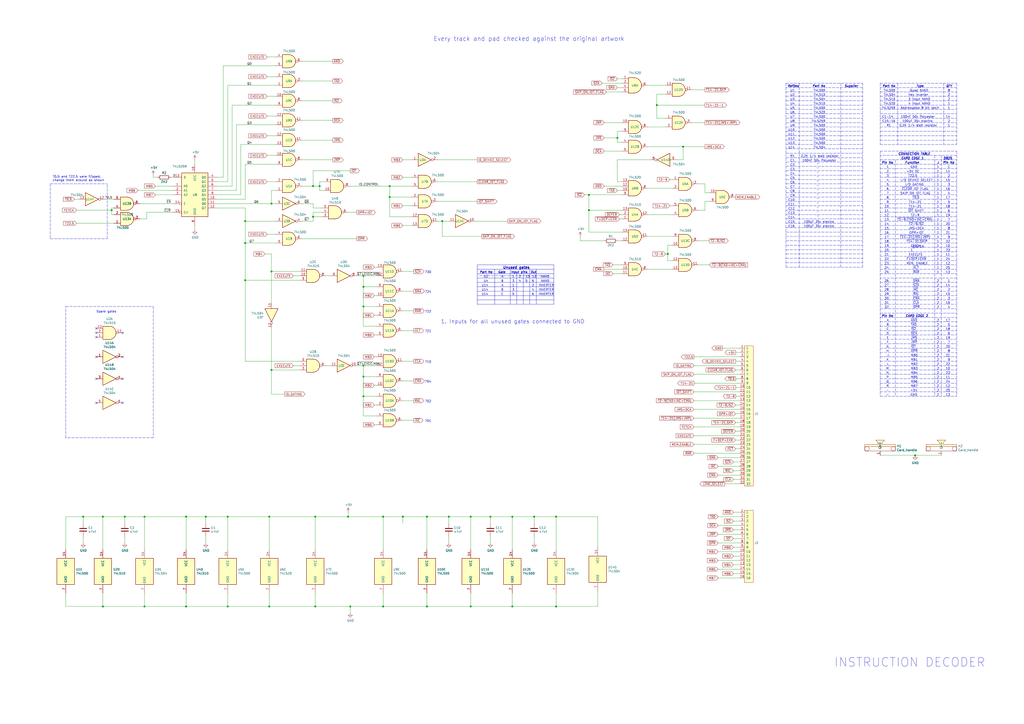
<source format=kicad_sch>
(kicad_sch (version 20211123) (generator eeschema)
  (paper "A2")
  (junction (at 181.61 107.95))
  (junction (at 273.05 299.72))
  (junction (at 273.05 351.79))
  (junction (at 247.65 351.79))
  (junction (at 226.06 114.3))
  (junction (at 226.06 107.95))
  (junction (at 233.68 299.72))
  (junction (at 297.18 351.79))
  (junction (at 396.24 85.09))
  (junction (at 222.25 351.79))
  (junction (at 48.26 299.72))
  (junction (at 530.86 264.16))
  (junction (at 59.69 299.72))
  (junction (at 387.35 147.32))
  (junction (at 132.08 299.72))
  (junction (at 358.14 80.01))
  (junction (at 260.35 299.72))
  (junction (at 132.08 351.79))
  (junction (at 142.24 128.27))
  (junction (at 210.82 218.44))
  (junction (at 156.21 299.72))
  (junction (at 210.82 212.09))
  (junction (at 210.82 160.02))
  (junction (at 107.95 351.79))
  (junction (at 284.48 299.72))
  (junction (at 107.95 299.72))
  (junction (at 210.82 166.37))
  (junction (at 182.88 351.79))
  (junction (at 222.25 299.72))
  (junction (at 341.63 121.92))
  (junction (at 72.39 299.72))
  (junction (at 182.88 299.72))
  (junction (at 341.63 113.03))
  (junction (at 203.2 351.79))
  (junction (at 322.58 299.72))
  (junction (at 181.61 125.73))
  (junction (at 83.82 299.72))
  (junction (at 119.38 299.72))
  (junction (at 83.82 351.79))
  (junction (at 210.82 229.87))
  (junction (at 157.48 157.48))
  (junction (at 247.65 299.72))
  (junction (at 297.18 299.72))
  (junction (at 157.48 118.11))
  (junction (at 322.58 351.79))
  (junction (at 210.82 177.8))
  (junction (at 142.24 162.56))
  (junction (at 142.24 140.97))
  (junction (at 185.42 107.95))
  (junction (at 64.77 121.92))
  (junction (at 157.48 214.63))
  (junction (at 59.69 351.79))
  (junction (at 256.54 128.27))
  (junction (at 156.21 351.79))
  (junction (at 309.88 299.72))
  (junction (at 201.93 299.72))
  (junction (at 381 60.96))
  (no_connect (at 71.12 233.68))
  (no_connect (at 71.12 219.71))
  (no_connect (at 55.88 190.5))
  (no_connect (at 71.12 207.01))
  (no_connect (at 55.88 193.04))
  (no_connect (at 55.88 233.68))
  (no_connect (at 55.88 219.71))
  (no_connect (at 55.88 195.58))
  (no_connect (at 71.12 193.04))
  (no_connect (at 55.88 207.01))
  (polyline (pts (xy 276.86 166.37) (xy 321.31 166.37)) (stroke (width 0) (type solid)))
  (wire (pts (xy 429.26 304.8) (xy 416.56 304.8)))
  (wire (pts (xy 142.24 128.27) (xy 160.02 128.27)))
  (wire (pts (xy 142.24 120.65) (xy 142.24 128.27)))
  (wire (pts (xy 341.63 121.92) (xy 341.63 134.62)))
  (polyline (pts (xy 510.54 212.09) (xy 554.99 212.09)))
  (wire (pts (xy 429.26 262.89) (xy 402.59 262.89)))
  (wire (pts (xy 173.99 212.09) (xy 170.18 212.09)))
  (polyline (pts (xy 510.54 151.13) (xy 554.99 151.13)))
  (wire (pts (xy 160.02 55.88) (xy 154.94 55.88)))
  (wire (pts (xy 217.17 154.94) (xy 218.44 154.94)))
  (polyline (pts (xy 510.54 113.03) (xy 554.99 113.03)))
  (wire (pts (xy 125.73 118.11) (xy 157.48 118.11)))
  (wire (pts (xy 420.37 280.67) (xy 429.26 280.67)))
  (polyline (pts (xy 455.93 48.26) (xy 500.38 48.26)))
  (wire (pts (xy 100.33 113.03) (xy 90.17 113.03)))
  (wire (pts (xy 107.95 351.79) (xy 132.08 351.79)))
  (wire (pts (xy 189.23 212.09) (xy 191.77 212.09)))
  (polyline (pts (xy 510.54 87.63) (xy 554.99 87.63)))
  (wire (pts (xy 175.26 92.71) (xy 193.04 92.71)))
  (wire (pts (xy 157.48 175.26) (xy 157.48 157.48)))
  (wire (pts (xy 222.25 344.17) (xy 222.25 351.79)))
  (polyline (pts (xy 29.21 106.68) (xy 29.21 138.43)))
  (polyline (pts (xy 510.54 71.12) (xy 554.99 71.12)))
  (polyline (pts (xy 510.54 48.26) (xy 510.54 83.82)))
  (wire (pts (xy 160.02 44.45) (xy 154.94 44.45)))
  (polyline (pts (xy 510.54 58.42) (xy 554.99 58.42)))
  (wire (pts (xy 309.88 303.53) (xy 309.88 299.72)))
  (polyline (pts (xy 510.54 130.81) (xy 554.99 130.81)))
  (wire (pts (xy 358.14 80.01) (xy 358.14 82.55)))
  (wire (pts (xy 160.02 38.1) (xy 129.54 38.1)))
  (polyline (pts (xy 510.54 156.21) (xy 554.99 156.21)))
  (wire (pts (xy 358.14 92.71) (xy 358.14 105.41)))
  (wire (pts (xy 48.26 311.15) (xy 48.26 314.96)))
  (wire (pts (xy 256.54 128.27) (xy 256.54 137.16)))
  (wire (pts (xy 142.24 140.97) (xy 142.24 162.56)))
  (polyline (pts (xy 88.9 177.8) (xy 88.9 254)))
  (polyline (pts (xy 455.93 139.7) (xy 500.38 139.7)))
  (polyline (pts (xy 276.86 171.45) (xy 321.31 171.45)) (stroke (width 0) (type solid)))
  (wire (pts (xy 429.26 299.72) (xy 416.56 299.72)))
  (polyline (pts (xy 510.54 176.53) (xy 554.99 176.53)))
  (wire (pts (xy 358.14 139.7) (xy 360.68 139.7)))
  (wire (pts (xy 181.61 120.65) (xy 186.69 120.65)))
  (polyline (pts (xy 307.34 156.21) (xy 307.34 176.53)) (stroke (width 0) (type solid)))
  (wire (pts (xy 309.88 311.15) (xy 309.88 314.96)))
  (wire (pts (xy 429.26 250.19) (xy 426.72 250.19)))
  (wire (pts (xy 377.19 92.71) (xy 358.14 92.71)))
  (polyline (pts (xy 455.93 114.3) (xy 500.38 114.3)))
  (wire (pts (xy 429.26 307.34) (xy 425.45 307.34)))
  (polyline (pts (xy 500.38 48.26) (xy 500.38 154.94)))
  (polyline (pts (xy 455.93 55.88) (xy 500.38 55.88)))
  (polyline (pts (xy 510.54 153.67) (xy 554.99 153.67)))
  (wire (pts (xy 218.44 229.87) (xy 210.82 229.87)))
  (wire (pts (xy 210.82 160.02) (xy 218.44 160.02)))
  (wire (pts (xy 260.35 303.53) (xy 260.35 299.72)))
  (wire (pts (xy 83.82 299.72) (xy 107.95 299.72)))
  (polyline (pts (xy 455.93 66.04) (xy 500.38 66.04)))
  (wire (pts (xy 360.68 158.75) (xy 355.6 158.75)))
  (wire (pts (xy 203.2 355.6) (xy 203.2 351.79)))
  (wire (pts (xy 181.61 107.95) (xy 181.61 99.06)))
  (wire (pts (xy 129.54 38.1) (xy 129.54 102.87)))
  (polyline (pts (xy 510.54 140.97) (xy 554.99 140.97)))
  (polyline (pts (xy 510.54 78.74) (xy 554.99 78.74)))
  (polyline (pts (xy 455.93 149.86) (xy 500.38 149.86)))
  (polyline (pts (xy 321.31 156.21) (xy 276.86 156.21)) (stroke (width 0) (type solid)))
  (wire (pts (xy 381 54.61) (xy 381 60.96)))
  (wire (pts (xy 233.68 191.77) (xy 240.03 191.77)))
  (wire (pts (xy 275.59 128.27) (xy 294.64 128.27)))
  (polyline (pts (xy 554.99 125.73) (xy 510.54 125.73)))
  (polyline (pts (xy 276.86 176.53) (xy 321.31 176.53)) (stroke (width 0) (type solid)))
  (polyline (pts (xy 510.54 204.47) (xy 554.99 204.47)))
  (wire (pts (xy 142.24 128.27) (xy 142.24 140.97)))
  (wire (pts (xy 134.62 107.95) (xy 134.62 60.96)))
  (wire (pts (xy 72.39 299.72) (xy 72.39 303.53)))
  (wire (pts (xy 429.26 242.57) (xy 402.59 242.57)))
  (wire (pts (xy 233.68 157.48) (xy 240.03 157.48)))
  (wire (pts (xy 429.26 212.09) (xy 402.59 212.09)))
  (wire (pts (xy 173.99 162.56) (xy 142.24 162.56)))
  (polyline (pts (xy 455.93 76.2) (xy 500.38 76.2)))
  (wire (pts (xy 85.09 123.19) (xy 85.09 127)))
  (wire (pts (xy 175.26 46.99) (xy 193.04 46.99)))
  (polyline (pts (xy 276.86 153.67) (xy 276.86 176.53)) (stroke (width 0) (type solid)))
  (wire (pts (xy 100.33 110.49) (xy 80.01 110.49)))
  (wire (pts (xy 154.94 135.89) (xy 160.02 135.89)))
  (polyline (pts (xy 455.93 91.44) (xy 500.38 91.44)))
  (wire (pts (xy 233.68 299.72) (xy 222.25 299.72)))
  (wire (pts (xy 185.42 107.95) (xy 185.42 105.41)))
  (wire (pts (xy 157.48 214.63) (xy 157.48 228.6)))
  (polyline (pts (xy 510.54 166.37) (xy 554.99 166.37)))
  (wire (pts (xy 153.67 147.32) (xy 157.48 147.32)))
  (wire (pts (xy 429.26 314.96) (xy 416.56 314.96)))
  (wire (pts (xy 429.26 322.58) (xy 425.45 322.58)))
  (wire (pts (xy 59.69 299.72) (xy 72.39 299.72)))
  (wire (pts (xy 405.13 106.68) (xy 408.94 106.68)))
  (wire (pts (xy 386.08 49.53) (xy 375.92 49.53)))
  (wire (pts (xy 185.42 105.41) (xy 187.96 105.41)))
  (wire (pts (xy 142.24 162.56) (xy 142.24 209.55)))
  (polyline (pts (xy 455.93 154.94) (xy 500.38 154.94)))
  (polyline (pts (xy 510.54 219.71) (xy 554.99 219.71)))
  (wire (pts (xy 247.65 344.17) (xy 247.65 351.79)))
  (wire (pts (xy 233.68 119.38) (xy 238.76 119.38)))
  (wire (pts (xy 381 60.96) (xy 408.94 60.96)))
  (polyline (pts (xy 88.9 254) (xy 38.1 254)))
  (wire (pts (xy 387.35 142.24) (xy 387.35 147.32)))
  (wire (pts (xy 408.94 116.84) (xy 411.48 116.84)))
  (wire (pts (xy 160.02 78.74) (xy 154.94 78.74)))
  (polyline (pts (xy 455.93 73.66) (xy 500.38 73.66)))
  (wire (pts (xy 125.73 115.57) (xy 142.24 115.57)))
  (wire (pts (xy 247.65 351.79) (xy 273.05 351.79)))
  (polyline (pts (xy 510.54 115.57) (xy 554.99 115.57)))
  (polyline (pts (xy 500.38 86.36) (xy 455.93 86.36)))
  (wire (pts (xy 142.24 95.25) (xy 160.02 95.25)))
  (polyline (pts (xy 455.93 124.46) (xy 500.38 124.46)))
  (polyline (pts (xy 276.86 158.75) (xy 321.31 158.75)) (stroke (width 0) (type solid)))
  (wire (pts (xy 217.17 223.52) (xy 218.44 223.52)))
  (wire (pts (xy 429.26 227.33) (xy 402.59 227.33)))
  (polyline (pts (xy 510.54 224.79) (xy 554.99 224.79)))
  (wire (pts (xy 107.95 351.79) (xy 107.95 344.17)))
  (wire (pts (xy 107.95 299.72) (xy 107.95 318.77)))
  (polyline (pts (xy 510.54 186.69) (xy 554.99 186.69)))
  (wire (pts (xy 358.14 105.41) (xy 360.68 105.41)))
  (polyline (pts (xy 542.29 90.17) (xy 542.29 229.87)))
  (wire (pts (xy 405.13 139.7) (xy 411.48 139.7)))
  (wire (pts (xy 107.95 299.72) (xy 119.38 299.72)))
  (polyline (pts (xy 321.31 153.67) (xy 321.31 176.53)) (stroke (width 0) (type solid)))
  (wire (pts (xy 429.26 257.81) (xy 402.59 257.81)))
  (wire (pts (xy 181.61 125.73) (xy 186.69 125.73)))
  (polyline (pts (xy 510.54 222.25) (xy 554.99 222.25)))
  (wire (pts (xy 254 116.84) (xy 276.86 116.84)))
  (polyline (pts (xy 510.54 123.19) (xy 554.99 123.19)))
  (polyline (pts (xy 62.23 138.43) (xy 62.23 106.68)))
  (polyline (pts (xy 510.54 87.63) (xy 510.54 229.87)))
  (wire (pts (xy 375.92 156.21) (xy 389.89 156.21)))
  (polyline (pts (xy 510.54 173.99) (xy 554.99 173.99)))
  (wire (pts (xy 217.17 194.31) (xy 218.44 194.31)))
  (wire (pts (xy 341.63 113.03) (xy 341.63 121.92)))
  (polyline (pts (xy 487.68 48.26) (xy 487.68 154.94)))
  (wire (pts (xy 207.01 212.09) (xy 210.82 212.09)))
  (wire (pts (xy 429.26 229.87) (xy 426.72 229.87)))
  (polyline (pts (xy 303.53 158.75) (xy 303.53 176.53)) (stroke (width 0) (type solid)))
  (wire (pts (xy 322.58 351.79) (xy 346.71 351.79)))
  (wire (pts (xy 83.82 318.77) (xy 83.82 299.72)))
  (polyline (pts (xy 510.54 209.55) (xy 554.99 209.55)))
  (polyline (pts (xy 278.13 160.02) (xy 318.77 160.02)))
  (wire (pts (xy 203.2 351.79) (xy 222.25 351.79)))
  (polyline (pts (xy 455.93 93.98) (xy 500.38 93.98)))
  (polyline (pts (xy 276.86 161.29) (xy 321.31 161.29)) (stroke (width 0) (type solid)))
  (polyline (pts (xy 510.54 97.79) (xy 554.99 97.79)))
  (wire (pts (xy 129.54 102.87) (xy 125.73 102.87)))
  (wire (pts (xy 181.61 123.19) (xy 181.61 125.73)))
  (wire (pts (xy 59.69 318.77) (xy 59.69 299.72)))
  (wire (pts (xy 233.68 130.81) (xy 238.76 130.81)))
  (wire (pts (xy 260.35 299.72) (xy 247.65 299.72)))
  (wire (pts (xy 38.1 318.77) (xy 38.1 299.72)))
  (wire (pts (xy 175.26 138.43) (xy 207.01 138.43)))
  (polyline (pts (xy 455.93 83.82) (xy 500.38 83.82)))
  (wire (pts (xy 233.68 102.87) (xy 238.76 102.87)))
  (wire (pts (xy 429.26 219.71) (xy 426.72 219.71)))
  (wire (pts (xy 429.26 297.18) (xy 425.45 297.18)))
  (wire (pts (xy 100.33 107.95) (xy 90.17 107.95)))
  (wire (pts (xy 284.48 303.53) (xy 284.48 299.72)))
  (polyline (pts (xy 510.54 214.63) (xy 554.99 214.63)))
  (wire (pts (xy 226.06 107.95) (xy 226.06 114.3)))
  (wire (pts (xy 48.26 299.72) (xy 59.69 299.72)))
  (polyline (pts (xy 311.15 156.21) (xy 311.15 176.53)) (stroke (width 0) (type solid)))
  (wire (pts (xy 233.68 220.98) (xy 240.03 220.98)))
  (polyline (pts (xy 463.55 48.26) (xy 463.55 154.94)))
  (wire (pts (xy 386.08 54.61) (xy 381 54.61)))
  (polyline (pts (xy 455.93 106.68) (xy 500.38 106.68)))
  (wire (pts (xy 336.55 139.7) (xy 336.55 137.16)))
  (wire (pts (xy 350.52 139.7) (xy 336.55 139.7)))
  (wire (pts (xy 429.26 209.55) (xy 426.72 209.55)))
  (wire (pts (xy 401.32 71.12) (xy 408.94 71.12)))
  (wire (pts (xy 273.05 318.77) (xy 273.05 299.72)))
  (wire (pts (xy 201.93 297.18) (xy 201.93 299.72)))
  (wire (pts (xy 429.26 270.51) (xy 416.56 270.51)))
  (wire (pts (xy 273.05 351.79) (xy 297.18 351.79)))
  (polyline (pts (xy 455.93 142.24) (xy 500.38 142.24)))
  (wire (pts (xy 360.68 76.2) (xy 358.14 76.2)))
  (wire (pts (xy 247.65 299.72) (xy 233.68 299.72)))
  (polyline (pts (xy 510.54 158.75) (xy 554.99 158.75)))
  (wire (pts (xy 429.26 317.5) (xy 425.45 317.5)))
  (wire (pts (xy 66.04 124.46) (xy 64.77 124.46)))
  (wire (pts (xy 210.82 212.09) (xy 218.44 212.09)))
  (polyline (pts (xy 510.54 73.66) (xy 554.99 73.66)))
  (wire (pts (xy 396.24 92.71) (xy 396.24 85.09)))
  (wire (pts (xy 113.03 133.35) (xy 113.03 130.81)))
  (wire (pts (xy 360.68 124.46) (xy 359.41 124.46)))
  (polyline (pts (xy 455.93 78.74) (xy 500.38 78.74)))
  (wire (pts (xy 233.68 232.41) (xy 240.03 232.41)))
  (wire (pts (xy 429.26 332.74) (xy 425.45 332.74)))
  (wire (pts (xy 173.99 209.55) (xy 142.24 209.55)))
  (wire (pts (xy 247.65 318.77) (xy 247.65 299.72)))
  (wire (pts (xy 429.26 237.49) (xy 402.59 237.49)))
  (wire (pts (xy 217.17 246.38) (xy 218.44 246.38)))
  (polyline (pts (xy 546.1 90.17) (xy 546.1 229.87)))
  (wire (pts (xy 157.48 157.48) (xy 173.99 157.48)))
  (polyline (pts (xy 455.93 99.06) (xy 500.38 99.06)))
  (wire (pts (xy 38.1 344.17) (xy 38.1 351.79)))
  (wire (pts (xy 396.24 85.09) (xy 408.94 85.09)))
  (wire (pts (xy 119.38 303.53) (xy 119.38 299.72)))
  (wire (pts (xy 100.33 123.19) (xy 85.09 123.19)))
  (wire (pts (xy 375.92 109.22) (xy 389.89 109.22)))
  (wire (pts (xy 405.13 121.92) (xy 408.94 121.92)))
  (wire (pts (xy 429.26 265.43) (xy 416.56 265.43)))
  (wire (pts (xy 44.45 129.54) (xy 66.04 129.54)))
  (polyline (pts (xy 455.93 147.32) (xy 500.38 147.32)))
  (wire (pts (xy 360.68 53.34) (xy 351.79 53.34)))
  (wire (pts (xy 175.26 69.85) (xy 193.04 69.85)))
  (polyline (pts (xy 455.93 63.5) (xy 500.38 63.5)))
  (polyline (pts (xy 38.1 254) (xy 38.1 177.8)))
  (wire (pts (xy 405.13 153.67) (xy 411.48 153.67)))
  (wire (pts (xy 185.42 110.49) (xy 185.42 107.95)))
  (wire (pts (xy 387.35 147.32) (xy 387.35 151.13)))
  (wire (pts (xy 181.61 118.11) (xy 181.61 120.65)))
  (polyline (pts (xy 455.93 129.54) (xy 500.38 129.54)))
  (wire (pts (xy 346.71 351.79) (xy 346.71 342.9)))
  (polyline (pts (xy 455.93 132.08) (xy 500.38 132.08)))
  (polyline (pts (xy 455.93 88.9) (xy 500.38 88.9)))
  (polyline (pts (xy 510.54 146.05) (xy 554.99 146.05)))
  (polyline (pts (xy 554.99 50.8) (xy 510.54 50.8)))
  (polyline (pts (xy 455.93 119.38) (xy 500.38 119.38)))
  (wire (pts (xy 132.08 49.53) (xy 160.02 49.53)))
  (wire (pts (xy 64.77 121.92) (xy 44.45 121.92)))
  (wire (pts (xy 429.26 312.42) (xy 425.45 312.42)))
  (wire (pts (xy 201.93 299.72) (xy 222.25 299.72)))
  (polyline (pts (xy 510.54 95.25) (xy 554.99 95.25)))
  (wire (pts (xy 175.26 128.27) (xy 181.61 128.27)))
  (wire (pts (xy 203.2 107.95) (xy 226.06 107.95)))
  (wire (pts (xy 218.44 218.44) (xy 210.82 218.44)))
  (polyline (pts (xy 554.99 90.17) (xy 510.54 90.17)))
  (wire (pts (xy 226.06 107.95) (xy 238.76 107.95)))
  (wire (pts (xy 339.09 113.03) (xy 341.63 113.03)))
  (wire (pts (xy 389.89 119.38) (xy 388.62 119.38)))
  (polyline (pts (xy 455.93 144.78) (xy 500.38 144.78)))
  (wire (pts (xy 429.26 214.63) (xy 426.72 214.63)))
  (wire (pts (xy 210.82 229.87) (xy 210.82 241.3)))
  (wire (pts (xy 38.1 299.72) (xy 48.26 299.72)))
  (wire (pts (xy 408.94 111.76) (xy 411.48 111.76)))
  (polyline (pts (xy 29.21 138.43) (xy 62.23 138.43)))
  (wire (pts (xy 429.26 267.97) (xy 425.45 267.97)))
  (wire (pts (xy 254 92.71) (xy 276.86 92.71)))
  (wire (pts (xy 181.61 123.19) (xy 186.69 123.19)))
  (wire (pts (xy 210.82 189.23) (xy 218.44 189.23)))
  (polyline (pts (xy 510.54 143.51) (xy 554.99 143.51)))
  (wire (pts (xy 160.02 90.17) (xy 154.94 90.17)))
  (wire (pts (xy 429.26 275.59) (xy 416.56 275.59)))
  (polyline (pts (xy 455.93 96.52) (xy 500.38 96.52)))
  (wire (pts (xy 132.08 351.79) (xy 156.21 351.79)))
  (polyline (pts (xy 510.54 100.33) (xy 554.99 100.33)))
  (wire (pts (xy 125.73 113.03) (xy 139.7 113.03)))
  (wire (pts (xy 360.68 45.72) (xy 358.14 45.72)))
  (wire (pts (xy 137.16 110.49) (xy 137.16 72.39)))
  (wire (pts (xy 429.26 222.25) (xy 402.59 222.25)))
  (wire (pts (xy 530.86 264.16) (xy 546.1 264.16)))
  (wire (pts (xy 389.89 104.14) (xy 388.62 104.14)))
  (polyline (pts (xy 510.54 194.31) (xy 554.99 194.31)))
  (wire (pts (xy 429.26 247.65) (xy 402.59 247.65)))
  (wire (pts (xy 260.35 311.15) (xy 260.35 314.96)))
  (wire (pts (xy 210.82 241.3) (xy 218.44 241.3)))
  (polyline (pts (xy 510.54 92.71) (xy 554.99 92.71)))
  (polyline (pts (xy 455.93 116.84) (xy 500.38 116.84)))
  (polyline (pts (xy 510.54 168.91) (xy 554.99 168.91)))
  (wire (pts (xy 322.58 299.72) (xy 346.71 299.72)))
  (wire (pts (xy 181.61 128.27) (xy 181.61 125.73)))
  (wire (pts (xy 64.77 124.46) (xy 64.77 121.92)))
  (wire (pts (xy 217.17 182.88) (xy 218.44 182.88)))
  (wire (pts (xy 350.52 156.21) (xy 360.68 156.21)))
  (wire (pts (xy 429.26 309.88) (xy 416.56 309.88)))
  (wire (pts (xy 322.58 318.77) (xy 322.58 299.72)))
  (wire (pts (xy 233.68 92.71) (xy 238.76 92.71)))
  (polyline (pts (xy 510.54 181.61) (xy 554.99 181.61)))
  (wire (pts (xy 217.17 234.95) (xy 218.44 234.95)))
  (polyline (pts (xy 455.93 111.76) (xy 500.38 111.76)))
  (wire (pts (xy 88.9 102.87) (xy 88.9 101.6)))
  (wire (pts (xy 218.44 166.37) (xy 210.82 166.37)))
  (wire (pts (xy 59.69 344.17) (xy 59.69 351.79)))
  (wire (pts (xy 360.68 48.26) (xy 349.25 48.26)))
  (wire (pts (xy 426.72 204.47) (xy 429.26 204.47)))
  (polyline (pts (xy 510.54 207.01) (xy 554.99 207.01)))
  (wire (pts (xy 401.32 52.07) (xy 408.94 52.07)))
  (polyline (pts (xy 510.54 110.49) (xy 554.99 110.49)))
  (wire (pts (xy 429.26 232.41) (xy 402.59 232.41)))
  (wire (pts (xy 297.18 299.72) (xy 284.48 299.72)))
  (polyline (pts (xy 554.99 161.29) (xy 510.54 161.29)))
  (wire (pts (xy 375.92 85.09) (xy 396.24 85.09)))
  (wire (pts (xy 238.76 125.73) (xy 226.06 125.73)))
  (wire (pts (xy 238.76 114.3) (xy 226.06 114.3)))
  (wire (pts (xy 83.82 351.79) (xy 107.95 351.79)))
  (wire (pts (xy 175.26 107.95) (xy 181.61 107.95)))
  (wire (pts (xy 83.82 344.17) (xy 83.82 351.79)))
  (wire (pts (xy 233.68 209.55) (xy 240.03 209.55)))
  (wire (pts (xy 160.02 105.41) (xy 154.94 105.41)))
  (wire (pts (xy 156.21 299.72) (xy 182.88 299.72)))
  (polyline (pts (xy 455.93 109.22) (xy 500.38 109.22)))
  (wire (pts (xy 360.68 153.67) (xy 355.6 153.67)))
  (polyline (pts (xy 455.93 48.26) (xy 455.93 154.94)))
  (wire (pts (xy 210.82 166.37) (xy 210.82 160.02)))
  (polyline (pts (xy 510.54 81.28) (xy 554.99 81.28)))
  (wire (pts (xy 125.73 107.95) (xy 134.62 107.95)))
  (polyline (pts (xy 500.38 50.8) (xy 455.93 50.8)))
  (wire (pts (xy 157.48 147.32) (xy 157.48 157.48)))
  (polyline (pts (xy 455.93 53.34) (xy 500.38 53.34)))
  (wire (pts (xy 375.92 137.16) (xy 389.89 137.16)))
  (wire (pts (xy 429.26 325.12) (xy 416.56 325.12)))
  (wire (pts (xy 309.88 299.72) (xy 297.18 299.72)))
  (wire (pts (xy 273.05 344.17) (xy 273.05 351.79)))
  (wire (pts (xy 173.99 214.63) (xy 157.48 214.63)))
  (polyline (pts (xy 547.37 48.26) (xy 547.37 83.82)))
  (wire (pts (xy 85.09 127) (xy 81.28 127)))
  (wire (pts (xy 341.63 113.03) (xy 360.68 113.03)))
  (wire (pts (xy 132.08 299.72) (xy 156.21 299.72)))
  (wire (pts (xy 222.25 318.77) (xy 222.25 299.72)))
  (polyline (pts (xy 29.21 106.68) (xy 62.23 106.68)))
  (wire (pts (xy 173.99 160.02) (xy 170.18 160.02)))
  (wire (pts (xy 222.25 351.79) (xy 247.65 351.79)))
  (wire (pts (xy 156.21 318.77) (xy 156.21 299.72)))
  (wire (pts (xy 233.68 168.91) (xy 240.03 168.91)))
  (wire (pts (xy 429.26 320.04) (xy 416.56 320.04)))
  (wire (pts (xy 139.7 113.03) (xy 139.7 83.82)))
  (wire (pts (xy 408.94 106.68) (xy 408.94 111.76)))
  (wire (pts (xy 182.88 299.72) (xy 201.93 299.72)))
  (wire (pts (xy 254 105.41) (xy 276.86 105.41)))
  (wire (pts (xy 210.82 166.37) (xy 210.82 177.8)))
  (polyline (pts (xy 510.54 102.87) (xy 554.99 102.87)))
  (wire (pts (xy 182.88 299.72) (xy 182.88 318.77)))
  (polyline (pts (xy 510.54 105.41) (xy 554.99 105.41)))
  (polyline (pts (xy 276.86 153.67) (xy 321.31 153.67)) (stroke (width 0) (type solid)))
  (wire (pts (xy 175.26 35.56) (xy 193.04 35.56)))
  (polyline (pts (xy 455.93 58.42) (xy 500.38 58.42)))
  (wire (pts (xy 119.38 299.72) (xy 132.08 299.72)))
  (wire (pts (xy 402.59 207.01) (xy 429.26 207.01)))
  (wire (pts (xy 322.58 344.17) (xy 322.58 351.79)))
  (wire (pts (xy 132.08 344.17) (xy 132.08 351.79)))
  (polyline (pts (xy 510.54 76.2) (xy 554.99 76.2)))
  (wire (pts (xy 181.61 99.06) (xy 203.2 99.06)))
  (wire (pts (xy 157.48 118.11) (xy 157.48 110.49)))
  (wire (pts (xy 233.68 303.53) (xy 233.68 299.72)))
  (polyline (pts (xy 510.54 133.35) (xy 554.99 133.35)))
  (wire (pts (xy 360.68 71.12) (xy 350.52 71.12)))
  (wire (pts (xy 429.26 330.2) (xy 416.56 330.2)))
  (wire (pts (xy 60.96 115.57) (xy 66.04 115.57)))
  (polyline (pts (xy 287.02 156.21) (xy 287.02 176.53)) (stroke (width 0) (type solid)))
  (polyline (pts (xy 455.93 81.28) (xy 500.38 81.28)))
  (wire (pts (xy 125.73 105.41) (xy 132.08 105.41)))
  (wire (pts (xy 142.24 140.97) (xy 160.02 140.97)))
  (wire (pts (xy 322.58 299.72) (xy 309.88 299.72)))
  (wire (pts (xy 284.48 311.15) (xy 284.48 314.96)))
  (polyline (pts (xy 455.93 134.62) (xy 500.38 134.62)))
  (wire (pts (xy 160.02 118.11) (xy 157.48 118.11)))
  (wire (pts (xy 81.28 118.11) (xy 100.33 118.11)))
  (wire (pts (xy 217.17 171.45) (xy 218.44 171.45)))
  (polyline (pts (xy 510.54 229.87) (xy 554.99 229.87)))
  (wire (pts (xy 429.26 201.93) (xy 419.1 201.93)))
  (wire (pts (xy 119.38 311.15) (xy 119.38 314.96)))
  (wire (pts (xy 182.88 351.79) (xy 182.88 344.17)))
  (wire (pts (xy 142.24 115.57) (xy 142.24 95.25)))
  (wire (pts (xy 360.68 107.95) (xy 350.52 107.95)))
  (polyline (pts (xy 510.54 60.96) (xy 554.99 60.96)))
  (wire (pts (xy 125.73 120.65) (xy 142.24 120.65)))
  (polyline (pts (xy 510.54 191.77) (xy 554.99 191.77)))
  (wire (pts (xy 189.23 160.02) (xy 191.77 160.02)))
  (polyline (pts (xy 510.54 83.82) (xy 554.99 83.82)))
  (wire (pts (xy 375.92 73.66) (xy 386.08 73.66)))
  (wire (pts (xy 210.82 218.44) (xy 210.82 229.87)))
  (wire (pts (xy 72.39 311.15) (xy 72.39 314.96)))
  (wire (pts (xy 182.88 351.79) (xy 203.2 351.79)))
  (polyline (pts (xy 510.54 135.89) (xy 554.99 135.89)))
  (polyline (pts (xy 510.54 227.33) (xy 554.99 227.33)))
  (polyline (pts (xy 510.54 184.15) (xy 554.99 184.15)))
  (wire (pts (xy 256.54 137.16) (xy 279.4 137.16)))
  (polyline (pts (xy 295.91 156.21) (xy 295.91 176.53)) (stroke (width 0) (type solid)))
  (wire (pts (xy 72.39 299.72) (xy 83.82 299.72)))
  (wire (pts (xy 233.68 243.84) (xy 240.03 243.84)))
  (polyline (pts (xy 510.54 66.04) (xy 554.99 66.04)))
  (wire (pts (xy 429.26 252.73) (xy 402.59 252.73)))
  (wire (pts (xy 113.03 92.71) (xy 113.03 95.25)))
  (polyline (pts (xy 510.54 163.83) (xy 554.99 163.83)))
  (wire (pts (xy 156.21 351.79) (xy 182.88 351.79)))
  (polyline (pts (xy 276.86 173.99) (xy 321.31 173.99)) (stroke (width 0) (type solid)))
  (wire (pts (xy 157.48 190.5) (xy 157.48 214.63)))
  (wire (pts (xy 358.14 82.55) (xy 360.68 82.55)))
  (wire (pts (xy 38.1 351.79) (xy 59.69 351.79)))
  (wire (pts (xy 210.82 177.8) (xy 210.82 189.23)))
  (wire (pts (xy 429.26 245.11) (xy 426.72 245.11)))
  (wire (pts (xy 297.18 318.77) (xy 297.18 299.72)))
  (wire (pts (xy 132.08 105.41) (xy 132.08 49.53)))
  (wire (pts (xy 389.89 142.24) (xy 387.35 142.24)))
  (wire (pts (xy 387.35 147.32) (xy 386.08 147.32)))
  (wire (pts (xy 254 128.27) (xy 256.54 128.27)))
  (wire (pts (xy 341.63 121.92) (xy 360.68 121.92)))
  (polyline (pts (xy 510.54 55.88) (xy 554.99 55.88)))
  (wire (pts (xy 510.54 264.16) (xy 530.86 264.16)))
  (polyline (pts (xy 276.86 168.91) (xy 321.31 168.91)) (stroke (width 0) (type solid)))
  (wire (pts (xy 217.17 207.01) (xy 218.44 207.01)))
  (polyline (pts (xy 510.54 128.27) (xy 554.99 128.27)))
  (polyline (pts (xy 510.54 48.26) (xy 554.99 48.26)))
  (wire (pts (xy 91.44 102.87) (xy 88.9 102.87)))
  (polyline (pts (xy 510.54 217.17) (xy 554.99 217.17)))
  (wire (pts (xy 201.93 123.19) (xy 207.01 123.19)))
  (wire (pts (xy 360.68 134.62) (xy 341.63 134.62)))
  (polyline (pts (xy 510.54 53.34) (xy 554.99 53.34)))
  (wire (pts (xy 125.73 110.49) (xy 137.16 110.49)))
  (wire (pts (xy 358.14 80.01) (xy 350.52 80.01)))
  (polyline (pts (xy 455.93 101.6) (xy 500.38 101.6)))
  (wire (pts (xy 429.26 224.79) (xy 426.72 224.79)))
  (polyline (pts (xy 554.99 48.26) (xy 554.99 83.82)))
  (wire (pts (xy 59.69 351.79) (xy 83.82 351.79)))
  (wire (pts (xy 360.68 50.8) (xy 358.14 50.8)))
  (wire (pts (xy 233.68 180.34) (xy 240.03 180.34)))
  (polyline (pts (xy 455.93 71.12) (xy 500.38 71.12)))
  (wire (pts (xy 429.26 240.03) (xy 426.72 240.03)))
  (wire (pts (xy 160.02 67.31) (xy 154.94 67.31)))
  (wire (pts (xy 429.26 273.05) (xy 425.45 273.05)))
  (polyline (pts (xy 455.93 137.16) (xy 500.38 137.16)))
  (polyline (pts (xy 510.54 179.07) (xy 554.99 179.07)))
  (polyline (pts (xy 510.54 171.45) (xy 554.99 171.45)))
  (wire (pts (xy 429.26 327.66) (xy 425.45 327.66)))
  (polyline (pts (xy 554.99 87.63) (xy 554.99 229.87)))
  (polyline (pts (xy 510.54 148.59) (xy 554.99 148.59)))
  (wire (pts (xy 132.08 318.77) (xy 132.08 299.72)))
  (polyline (pts (xy 276.86 163.83) (xy 321.31 163.83)) (stroke (width 0) (type solid)))
  (wire (pts (xy 360.68 127) (xy 359.41 127)))
  (wire (pts (xy 358.14 76.2) (xy 358.14 80.01)))
  (polyline (pts (xy 38.1 177.8) (xy 88.9 177.8)))
  (polyline (pts (xy 455.93 127) (xy 500.38 127)))
  (polyline (pts (xy 519.43 92.71) (xy 519.43 229.87)))
  (wire (pts (xy 429.26 335.28) (xy 416.56 335.28)))
  (polyline (pts (xy 455.93 60.96) (xy 500.38 60.96)))
  (wire (pts (xy 408.94 121.92) (xy 408.94 116.84)))
  (wire (pts (xy 381 68.58) (xy 386.08 68.58)))
  (wire (pts (xy 137.16 72.39) (xy 160.02 72.39)))
  (wire (pts (xy 429.26 255.27) (xy 426.72 255.27)))
  (polyline (pts (xy 510.54 118.11) (xy 554.99 118.11)))
  (wire (pts (xy 160.02 33.02) (xy 154.94 33.02)))
  (wire (pts (xy 156.21 344.17) (xy 156.21 351.79)))
  (wire (pts (xy 429.26 302.26) (xy 425.45 302.26)))
  (polyline (pts (xy 520.7 48.26) (xy 520.7 83.82)))
  (wire (pts (xy 64.77 120.65) (xy 66.04 120.65)))
  (polyline (pts (xy 510.54 189.23) (xy 554.99 189.23)))
  (wire (pts (xy 429.26 234.95) (xy 426.72 234.95)))
  (wire (pts (xy 297.18 351.79) (xy 322.58 351.79)))
  (wire (pts (xy 360.68 87.63) (xy 350.52 87.63)))
  (wire (pts (xy 157.48 110.49) (xy 160.02 110.49)))
  (wire (pts (xy 297.18 344.17) (xy 297.18 351.79)))
  (wire (pts (xy 43.18 115.57) (xy 45.72 115.57)))
  (polyline (pts (xy 510.54 68.58) (xy 554.99 68.58)))
  (polyline (pts (xy 554.99 196.85) (xy 510.54 196.85)))
  (wire (pts (xy 210.82 218.44) (xy 210.82 212.09)))
  (wire (pts (xy 429.26 278.13) (xy 425.45 278.13)))
  (wire (pts (xy 429.26 260.35) (xy 426.72 260.35)))
  (wire (pts (xy 381 60.96) (xy 381 68.58)))
  (wire (pts (xy 157.48 228.6) (xy 165.1 228.6)))
  (polyline (pts (xy 455.93 104.14) (xy 500.38 104.14)))
  (wire (pts (xy 48.26 303.53) (xy 48.26 299.72)))
  (polyline (pts (xy 510.54 107.95) (xy 554.99 107.95)))
  (polyline (pts (xy 455.93 152.4) (xy 500.38 152.4)))
  (wire (pts (xy 284.48 299.72) (xy 273.05 299.72)))
  (wire (pts (xy 387.35 151.13) (xy 389.89 151.13)))
  (wire (pts (xy 64.77 121.92) (xy 64.77 120.65)))
  (polyline (pts (xy 510.54 138.43) (xy 554.99 138.43)))
  (wire (pts (xy 375.92 124.46) (xy 389.89 124.46)))
  (wire (pts (xy 175.26 81.28) (xy 193.04 81.28)))
  (polyline (pts (xy 455.93 68.58) (xy 500.38 68.58)))
  (wire (pts (xy 360.68 110.49) (xy 358.14 110.49)))
  (wire (pts (xy 256.54 128.27) (xy 260.35 128.27)))
  (wire (pts (xy 175.26 58.42) (xy 193.04 58.42)))
  (wire (pts (xy 346.71 317.5) (xy 346.71 299.72)))
  (wire (pts (xy 187.96 110.49) (xy 185.42 110.49)))
  (wire (pts (xy 226.06 114.3) (xy 226.06 125.73)))
  (wire (pts (xy 139.7 83.82) (xy 160.02 83.82)))
  (wire (pts (xy 207.01 160.02) (xy 210.82 160.02)))
  (polyline (pts (xy 500.38 121.92) (xy 455.93 121.92)))
  (polyline (pts (xy 510.54 201.93) (xy 554.99 201.93)))
  (wire (pts (xy 99.06 102.87) (xy 100.33 102.87)))
  (polyline (pts (xy 510.54 63.5) (xy 554.99 63.5)))
  (polyline (pts (xy 510.54 120.65) (xy 554.99 120.65)))
  (wire (pts (xy 273.05 299.72) (xy 260.35 299.72)))
  (polyline (pts (xy 510.54 199.39) (xy 554.99 199.39)))
  (wire (pts (xy 392.43 92.71) (xy 396.24 92.71)))
  (wire (pts (xy 175.26 118.11) (xy 181.61 118.11)))
  (wire (pts (xy 218.44 177.8) (xy 210.82 177.8)))
  (wire (pts (xy 429.26 217.17) (xy 402.59 217.17)))
  (wire (pts (xy 181.61 107.95) (xy 185.42 107.95)))
  (wire (pts (xy 134.62 60.96) (xy 160.02 60.96)))
  (polyline (pts (xy 299.72 158.75) (xy 299.72 176.53)) (stroke (width 0) (type solid)))
  (text "6" (at 309.88 171.45 180) (effects (font (size 1.2446 1.2446)) (justify right bottom)))
  (text "27" (at 515.62 166.37 180) (effects (font (size 1.27 1.27)) (justify right bottom)))
  (text "74LS00" (at 478.79 68.58 180) (effects (font (size 1.2446 1.2446)) (justify right bottom)))
  (text "1" (at 544.83 140.97 180) (effects (font (size 1.27 1.27)) (justify right bottom)))
  (text "5" (at 515.62 107.95 180) (effects (font (size 1.27 1.27)) (justify right bottom)))
  (text "U3" (at 461.01 58.42 180) (effects (font (size 1.2446 1.2446)) (justify right bottom)))
  (text "~{CLA}" (at 529.59 176.53 0) (effects (font (size 1.2446 1.2446)) (justify left bottom)))
  (text "3" (at 298.45 168.91 180) (effects (font (size 1.2446 1.2446)) (justify right bottom)))
  (text "MB5" (at 528.32 219.71 0) (effects (font (size 1.2446 1.2446)) (justify left bottom)))
  (text "2" (at 544.83 168.91 180) (effects (font (size 1.27 1.27)) (justify right bottom)))
  (text "U14" (at 283.21 171.45 180) (effects (font (size 1.2446 1.2446)) (justify right bottom)))
  (text "704" (at 246.38 222.25 0) (effects (font (size 1.27 1.27)) (justify left bottom)))
  (text "74LS00" (at 478.79 63.5 180) (effects (font (size 1.2446 1.2446)) (justify right bottom)))
  (text "1" (at 515.62 97.79 180) (effects (font (size 1.27 1.27)) (justify right bottom)))
  (text "~{T2-9.ISZ}" (at 535.94 130.81 180) (effects (font (size 1.27 1.27)) (justify right bottom)))
  (text "6" (at 551.18 194.31 180) (effects (font (size 1.27 1.27)) (justify right bottom)))
  (text "5" (at 551.18 189.23 180) (effects (font (size 1.27 1.27)) (justify right bottom)))
  (text "5" (at 306.07 163.83 180) (effects (font (size 1.2446 1.2446)) (justify right bottom)))
  (text "U14" (at 283.21 166.37 180) (effects (font (size 1.2446 1.2446)) (justify right bottom)))
  (text "2" (at 309.88 166.37 180) (effects (font (size 1.2446 1.2446)) (justify right bottom)))
  (text "Spare gates" (at 55.88 181.61 0) (effects (font (size 1.27 1.27)) (justify left bottom)))
  (text "U2\n" (at 461.01 55.88 180) (effects (font (size 1.2446 1.2446)) (justify right bottom)))
  (text "CONNECTION TABLE\n" (at 539.75 90.17 180) (effects (font (size 1.27 1.27) (thickness 0.254) bold italic) (justify right bottom)))
  (text "J" (at 515.62 207.01 180) (effects (font (size 1.27 1.27)) (justify right bottom)))
  (text "~{CLEAR} IOT FLAG" (at 538.48 110.49 180) (effects (font (size 1.27 1.27)) (justify right bottom)))
  (text "5" (at 551.18 118.11 180) (effects (font (size 1.27 1.27)) (justify right bottom)))
  (text "INVERTER\n" (at 321.31 168.91 180) (effects (font (size 1.2446 1.2446)) (justify right bottom)))
  (text "2" (at 544.83 189.23 180) (effects (font (size 1.27 1.27)) (justify right bottom)))
  (text "U4" (at 283.21 163.83 180) (effects (font (size 1.2446 1.2446)) (justify right bottom)))
  (text "I/O GATING" (at 535.94 107.95 180) (effects (font (size 1.27 1.27)) (justify right bottom)))
  (text "C16" (at 461.01 132.08 180) (effects (font (size 1.2446 1.2446)) (justify right bottom)))
  (text "P" (at 515.62 219.71 180) (effects (font (size 1.27 1.27)) (justify right bottom)))
  (text "10" (at 551.18 214.63 180) (effects (font (size 1.27 1.27)) (justify right bottom)))
  (text "2" (at 544.83 166.37 180) (effects (font (size 1.27 1.27)) (justify right bottom)))
  (text "31" (at 515.62 176.53 180) (effects (font (size 1.27 1.27)) (justify right bottom)))
  (text "2" (at 544.83 173.99 180) (effects (font (size 1.27 1.27)) (justify right bottom)))
  (text "MB4" (at 528.32 217.17 0) (effects (font (size 1.2446 1.2446)) (justify left bottom)))
  (text "2" (at 544.83 194.31 180) (effects (font (size 1.27 1.27)) (justify right bottom)))
  (text "16" (at 551.18 176.53 180) (effects (font (size 1.27 1.27)) (justify right bottom)))
  (text "8" (at 515.62 115.57 180) (effects (font (size 1.27 1.27)) (justify right bottom)))
  (text "+5V" (at 532.13 227.33 180) (effects (font (size 1.27 1.27)) (justify right bottom)))
  (text "C" (at 515.62 191.77 180) (effects (font (size 1.27 1.27)) (justify right bottom)))
  (text "“" (at 474.98 109.22 180) (effects (font (size 1.2446 1.2446)) (justify right bottom)))
  (text "1" (at 544.83 133.35 180) (effects (font (size 1.27 1.27)) (justify right bottom)))
  (text "74LS04" (at 478.79 86.36 180) (effects (font (size 1.2446 1.2446)) (justify right bottom)))
  (text "1" (at 551.18 63.5 180) (effects (font (size 1.2446 1.2446)) (justify right bottom)))
  (text "74LS00" (at 478.79 78.74 180) (effects (font (size 1.2446 1.2446)) (justify right bottom)))
  (text "19" (at 551.18 196.85 180) (effects (font (size 1.27 1.27)) (justify right bottom)))
  (text "6" (at 551.18 123.19 180) (effects (font (size 1.27 1.27)) (justify right bottom)))
  (text "21" (at 515.62 148.59 180) (effects (font (size 1.27 1.27)) (justify right bottom)))
  (text "EXECUTE\n" (at 527.05 148.59 0) (effects (font (size 1.2446 1.2446)) (justify left bottom)))
  (text "8" (at 551.18 204.47 180) (effects (font (size 1.27 1.27)) (justify right bottom)))
  (text "74LS20" (at 519.43 60.96 180) (effects (font (size 1.2446 1.2446)) (justify right bottom)))
  (text "2" (at 544.83 196.85 180) (effects (font (size 1.27 1.27)) (justify right bottom)))
  (text "T22.5\n" (at 532.13 102.87 180) (effects (font (size 1.27 1.27)) (justify right bottom)))
  (text "1" (at 544.83 120.65 180) (effects (font (size 1.27 1.27)) (justify right bottom)))
  (text "4" (at 551.18 113.03 180) (effects (font (size 1.27 1.27)) (justify right bottom)))
  (text "Pin No" (at 553.72 95.25 180) (effects (font (size 1.27 1.27) (thickness 0.254) bold italic) (justify right bottom)))
  (text "1" (at 544.83 148.59 180) (effects (font (size 1.27 1.27)) (justify right bottom)))
  (text "Pin No" (at 518.16 184.15 180) (effects (font (size 1.27 1.27) (thickness 0.254) bold italic) (justify right bottom)))
  (text "NAND" (at 318.77 161.29 180) (effects (font (size 1.2446 1.2446)) (justify right bottom)))
  (text "Unused gates" (at 307.34 156.21 180) (effects (font (size 1.4986 1.4986) (thickness 0.2997) bold italic) (justify right bottom)))
  (text "3 input NAND" (at 539.75 58.42 180) (effects (font (size 1.2446 1.2446)) (justify right bottom)))
  (text "1" (at 544.83 153.67 180) (effects (font (size 1.27 1.27)) (justify right bottom)))
  (text "4" (at 302.26 163.83 180) (effects (font (size 1.2446 1.2446)) (justify right bottom)))
  (text "5" (at 298.45 171.45 180) (effects (font (size 1.2446 1.2446)) (justify right bottom)))
  (text "U2" (at 283.21 161.29 180) (effects (font (size 1.2446 1.2446)) (justify right bottom)))
  (text "B" (at 292.1 163.83 180) (effects (font (size 1.2446 1.2446)) (justify right bottom)))
  (text "C8" (at 461.01 111.76 180) (effects (font (size 1.2446 1.2446)) (justify right bottom)))
  (text "74LS04" (at 478.79 58.42 180) (effects (font (size 1.2446 1.2446)) (justify right bottom)))
  (text "11" (at 551.18 219.71 180) (effects (font (size 1.27 1.27)) (justify right bottom)))
  (text "1" (at 544.83 100.33 180) (effects (font (size 1.27 1.27)) (justify right bottom)))
  (text "C11" (at 461.01 119.38 180) (effects (font (size 1.2446 1.2446)) (justify right bottom)))
  (text "C10" (at 461.01 116.84 180) (effects (font (size 1.2446 1.2446)) (justify right bottom)))
  (text "~{IOT}" (at 528.32 201.93 0) (effects (font (size 1.2446 1.2446)) (justify left bottom)))
  (text "N" (at 515.62 217.17 180) (effects (font (size 1.27 1.27)) (justify right bottom)))
  (text "~{DEFER\n}" (at 528.32 146.05 0) (effects (font (size 1.2446 1.2446)) (justify left bottom)))
  (text "2" (at 544.83 204.47 180) (effects (font (size 1.27 1.27)) (justify right bottom)))
  (text "2.2K 1/4 Watt resistor" (at 543.56 73.66 180) (effects (font (size 1.2446 1.2446)) (justify right bottom)))
  (text "2" (at 544.83 227.33 180) (effects (font (size 1.27 1.27)) (justify right bottom)))
  (text "1" (at 544.83 123.19 180) (effects (font (size 1.27 1.27)) (justify right bottom)))
  (text "C6" (at 461.01 106.68 180) (effects (font (size 1.2446 1.2446)) (justify right bottom)))
  (text "100uF 35v electro" (at 483.87 129.54 180) (effects (font (size 1.2446 1.2446)) (justify right bottom)))
  (text "2" (at 544.83 201.93 180) (effects (font (size 1.27 1.27)) (justify right bottom)))
  (text "1" (at 544.83 113.03 180) (effects (font (size 1.27 1.27)) (justify right bottom)))
  (text "1" (at 298.45 166.37 180) (effects (font (size 1.2446 1.2446)) (justify right bottom)))
  (text "2" (at 551.18 58.42 180) (effects (font (size 1.2446 1.2446)) (justify right bottom)))
  (text "Part No" (at 519.43 50.8 180) (effects (font (size 1.2446 1.2446) (thickness 0.2489) bold italic) (justify right bottom)))
  (text "B" (at 292.1 168.91 180) (effects (font (size 1.2446 1.2446)) (justify right bottom)))
  (text "~{TAD}" (at 528.32 189.23 0) (effects (font (size 1.2446 1.2446)) (justify left bottom)))
  (text "1" (at 551.18 97.79 180) (effects (font (size 1.27 1.27)) (justify right bottom)))
  (text "1" (at 544.83 107.95 180) (effects (font (size 1.27 1.27)) (justify right bottom)))
  (text "~{ISZ}" (at 528.32 191.77 0) (effects (font (size 1.2446 1.2446)) (justify left bottom)))
  (text "“" (at 474.98 101.6 180) (effects (font (size 1.2446 1.2446)) (justify right bottom)))
  (text "3" (at 551.18 173.99 180) (effects (font (size 1.27 1.27)) (justify right bottom)))
  (text "4" (at 309.88 168.91 180) (effects (font (size 1.2446 1.2446)) (justify right bottom)))
  (text "—\n" (at 515.62 227.33 180) (effects (font (size 1.27 1.27)) (justify right bottom)))
  (text "24" (at 551.18 151.13 180) (effects (font (size 1.27 1.27)) (justify right bottom)))
  (text "2" (at 551.18 102.87 180) (effects (font (size 1.27 1.27)) (justify right bottom)))
  (text "1. Inputs for all unused gates connected to GND" (at 339.09 187.96 180) (effects (font (size 2.2098 2.2098)) (justify right bottom)))
  (text "14" (at 551.18 100.33 180) (effects (font (size 1.27 1.27)) (justify right bottom)))
  (text "74LS259" (at 478.79 71.12 180) (effects (font (size 1.2446 1.2446)) (justify right bottom)))
  (text "R1" (at 516.89 73.66 180) (effects (font (size 1.2446 1.2446)) (justify right bottom)))
  (text "25" (at 515.62 158.75 180) (effects (font (size 1.27 1.27)) (justify right bottom)))
  (text "24" (at 551.18 222.25 180) (effects (font (size 1.27 1.27)) (justify right bottom)))
  (text "19" (at 551.18 125.73 180) (effects (font (size 1.27 1.27)) (justify right bottom)))
  (text "25" (at 551.18 227.33 180) (effects (font (size 1.27 1.27)) (justify right bottom)))
  (text "MB2" (at 528.32 212.09 0) (effects (font (size 1.2446 1.2446)) (justify left bottom)))
  (text "U14" (at 283.21 168.91 180) (effects (font (size 1.2446 1.2446)) (justify right bottom)))
  (text "2" (at 544.83 229.87 180) (effects (font (size 1.27 1.27)) (justify right bottom)))
  (text "14" (at 551.18 166.37 180) (effects (font (size 1.27 1.27)) (justify right bottom)))
  (text "Part No" (at 478.79 50.8 180) (effects (font (size 1.2446 1.2446) (thickness 0.2489) bold italic) (justify right bottom)))
  (text "Quad NAND" (at 538.48 53.34 180) (effects (font (size 1.2446 1.2446)) (justify right bottom)))
  (text "74LS04" (at 519.43 55.88 180) (effects (font (size 1.2446 1.2446)) (justify right bottom)))
  (text "2" (at 544.83 217.17 180) (effects (font (size 1.27 1.27)) (justify right bottom)))
  (text "A" (at 292.1 166.37 180) (effects (font (size 1.2446 1.2446)) (justify right bottom)))
  (text "13" (at 551.18 229.87 180) (effects (font (size 1.27 1.27)) (justify right bottom)))
  (text "100uF 35v electro" (at 483.87 132.08 180) (effects (font (size 1.2446 1.2446)) (justify right bottom)))
  (text "Function" (at 533.4 95.25 180) (effects (font (size 1.27 1.27) (thickness 0.254) bold italic) (justify right bottom)))
  (text "9" (at 551.18 209.55 180) (effects (font (size 1.27 1.27)) (justify right bottom)))
  (text "100uF 35v electro" (at 541.02 71.12 180) (effects (font (size 1.2446 1.2446)) (justify right bottom)))
  (text "—\n" (at 515.62 229.87 180) (effects (font (size 1.27 1.27)) (justify right bottom)))
  (text "Input pins" (at 306.07 158.75 180) (effects (font (size 1.2446 1.2446) (thickness 0.2489) bold italic) (justify right bottom)))
  (text "8" (at 551.18 133.35 180) (effects (font (size 1.27 1.27)) (justify right bottom)))
  (text "T14-21" (at 534.67 120.65 180) (effects (font (size 1.27 1.27)) (justify right bottom)))
  (text "U7" (at 461.01 68.58 180) (effects (font (size 1.2446 1.2446)) (justify right bottom)))
  (text "CARD EDGE 2" (at 538.48 184.15 180) (effects (font (size 1.27 1.27) (thickness 0.254) bold italic) (justify right bottom)))
  (text "~{RAL}" (at 529.59 171.45 0) (effects (font (size 1.2446 1.2446)) (justify left bottom)))
  (text "1" (at 551.18 73.66 180) (effects (font (size 1.2446 1.2446)) (justify right bottom)))
  (text "13" (at 307.34 161.29 180) (effects (font (size 1.2446 1.2446)) (justify right bottom)))
  (text "74LS00" (at 478.79 53.34 180) (effects (font (size 1.2446 1.2446)) (justify right bottom)))
  (text "C1-14" (at 518.16 68.58 180) (effects (font (size 1.2446 1.2446)) (justify right bottom)))
  (text "74LS259" (at 519.43 63.5 180) (effects (font (size 1.2446 1.2446)) (justify right bottom)))
  (text "6" (at 515.62 110.49 180) (effects (font (size 1.27 1.27)) (justify right bottom)))
  (text "7" (at 551.18 128.27 180) (effects (font (size 1.27 1.27)) (justify right bottom)))
  (text "1" (at 551.18 60.96 180) (effects (font (size 1.2446 1.2446)) (justify right bottom)))
  (text "2" (at 544.83 219.71 180) (effects (font (size 1.27 1.27)) (justify right bottom)))
  (text "24" (at 515.62 156.21 180) (effects (font (size 1.27 1.27)) (justify right bottom)))
  (text "32" (at 515.62 179.07 180) (effects (font (size 1.27 1.27)) (justify right bottom)))
  (text "~{OPR}" (at 529.59 179.07 0) (effects (font (size 1.2446 1.2446)) (justify left bottom)))
  (text "Gate" (at 293.37 158.75 180) (effects (font (size 1.2446 1.2446) (thickness 0.2489) bold italic) (justify right bottom)))
  (text "MB6" (at 528.32 222.25 0) (effects (font (size 1.2446 1.2446)) (justify left bottom)))
  (text "18" (at 551.18 120.65 180) (effects (font (size 1.27 1.27)) (justify right bottom)))
  (text "13" (at 551.18 158.75 180) (effects (font (size 1.27 1.27)) (justify right bottom)))
  (text "2" (at 551.18 168.91 180) (effects (font (size 1.27 1.27)) (justify right bottom)))
  (text "JMS+DCA" (at 535.94 133.35 180) (effects (font (size 1.27 1.27)) (justify right bottom)))
  (text "74LS00" (at 519.43 53.34 180) (effects (font (size 1.2446 1.2446)) (justify right bottom)))
  (text "C9" (at 461.01 114.3 180) (effects (font (size 1.2446 1.2446)) (justify right bottom)))
  (text "M" (at 515.62 214.63 180) (effects (font (size 1.27 1.27)) (justify right bottom)))
  (text "23" (at 515.62 153.67 180) (effects (font (size 1.27 1.27)) (justify right bottom)))
  (text "A" (at 515.62 186.69 180) (effects (font (size 1.27 1.27)) (justify right bottom)))
  (text "~{T14-21(JMS+JMP})" (at 521.97 138.43 0) (effects (font (size 1.2446 1.2446)) (justify left bottom)))
  (text "GND" (at 532.13 229.87 180) (effects (font (size 1.27 1.27)) (justify right bottom)))
  (text "C5" (at 461.01 104.14 180) (effects (font (size 1.2446 1.2446)) (justify right bottom)))
  (text "2" (at 544.83 186.69 180) (effects (font (size 1.27 1.27)) (justify right bottom)))
  (text "~{SMA}" (at 529.59 163.83 0) (effects (font (size 1.2446 1.2446)) (justify left bottom)))
  (text "U13" (at 461.01 83.82 180) (effects (font (size 1.2446 1.2446)) (justify right bottom)))
  (text "MB0" (at 528.32 207.01 0) (effects (font (size 1.2446 1.2446)) (justify left bottom)))
  (text "21" (at 551.18 207.01 180) (effects (font (size 1.27 1.27)) (justify right bottom)))
  (text "~{RAR}" (at 529.59 158.75 0) (effects (font (size 1.2446 1.2446)) (justify left bottom)))
  (text "CARD EDGE 1" (at 535.94 92.71 180) (effects (font (size 1.27 1.27) (thickness 0.254) bold italic) (justify right bottom)))
  (text "74LS00" (at 478.79 76.2 180) (effects (font (size 1.2446 1.2446)) (justify right bottom)))
  (text "~{JMS}" (at 528.32 196.85 0) (effects (font (size 1.2446 1.2446)) (justify left bottom)))
  (text "E" (at 515.62 196.85 180) (effects (font (size 1.27 1.27)) (justify right bottom)))
  (text "26" (at 515.62 163.83 180) (effects (font (size 1.27 1.27)) (justify right bottom)))
  (text "1" (at 544.83 138.43 180) (effects (font (size 1.27 1.27)) (justify right bottom)))
  (text "2" (at 544.83 209.55 180) (effects (font (size 1.27 1.27)) (justify right bottom)))
  (text "+5V DC" (at 533.4 100.33 180) (effects (font (size 1.27 1.27)) (justify right bottom)))
  (text "6" (at 309.88 163.83 180) (effects (font (size 1.2446 1.2446)) (justify right bottom)))
  (text "17" (at 551.18 115.57 180) (effects (font (size 1.27 1.27)) (justify right bottom)))
  (text "14" (at 551.18 68.58 180) (effects (font (size 1.2446 1.2446)) (justify right bottom)))
  (text "T14-21" (at 534.67 118.11 180) (effects (font (size 1.27 1.27)) (justify right bottom)))
  (text "C1" (at 461.01 93.98 180) (effects (font (size 1.2446 1.2446)) (justify right bottom)))
  (text "U10" (at 461.01 76.2 180) (effects (font (size 1.2446 1.2446)) (justify right bottom)))
  (text "29" (at 515.62 171.45 180) (effects (font (size 1.27 1.27)) (justify right bottom)))
  (text "1" (at 544.83 143.51 180) (effects (font (size 1.27 1.27)) (justify right bottom)))
  (text "1" (at 544.83 130.81 180) (effects (font (size 1.27 1.27)) (justify right bottom)))
  (text "~{IAC}" (at 529.59 168.91 0) (effects (font (size 1.2446 1.2446)) (justify left bottom)))
  (text "2" (at 544.83 163.83 180) (effects (font (size 1.27 1.27)) (justify right bottom)))
  (text "1" (at 544.83 118.11 180) (effects (font (size 1.27 1.27)) (justify right bottom)))
  (text "15" (at 551.18 171.45 180) (effects (font (size 1.27 1.27)) (justify right bottom)))
  (text "15" (at 551.18 105.41 180) (effects (font (size 1.27 1.27)) (justify right bottom)))
  (text "9" (at 551.18 138.43 180) (effects (font (size 1.27 1.27)) (justify right bottom)))
  (text "2" (at 544.83 214.63 180) (effects (font (size 1.27 1.27)) (justify right bottom)))
  (text "8" (at 551.18 53.34 180) (effects (font (size 1.2446 1.2446)) (justify right bottom)))
  (text "T2-9" (at 533.4 125.73 180) (effects (font (size 1.27 1.27)) (justify right bottom)))
  (text "18" (at 551.18 191.77 180) (effects (font (size 1.27 1.27)) (justify right bottom)))
  (text "74LS10" (at 478.79 60.96 180) (effects (font (size 1.2446 1.2446)) (justify right bottom)))
  (text "20" (at 551.18 201.93 180) (effects (font (size 1.27 1.27)) (justify right bottom)))
  (text "2" (at 551.18 71.12 180) (effects (font (size 1.2446 1.2446)) (justify right bottom)))
  (text "2" (at 544.83 191.77 180) (effects (font (size 1.27 1.27)) (justify right bottom)))
  (text "23" (at 551.18 217.17 180) (effects (font (size 1.27 1.27)) (justify right bottom)))
  (text "~{AND}" (at 528.32 186.69 0) (effects (font (size 1.2446 1.2446)) (justify left bottom)))
  (text "3\n" (at 551.18 107.95 180) (effects (font (size 1.27 1.27)) (justify right bottom)))
  (text "30" (at 515.62 173.99 180) (effects (font (size 1.27 1.27)) (justify right bottom)))
  (text "19" (at 515.62 143.51 180) (effects (font (size 1.27 1.27)) (justify right bottom)))
  (text "D" (at 515.62 194.31 180) (effects (font (size 1.27 1.27)) (justify right bottom)))
  (text "1" (at 551.18 163.83 180) (effects (font (size 1.27 1.27)) (justify right bottom)))
  (text "“" (at 474.98 96.52 180) (effects (font (size 1.2446 1.2446)) (justify right bottom)))
  (text "1" (at 544.83 151.13 180) (effects (font (size 1.27 1.27)) (justify right bottom)))
  (text "9" (at 515.62 118.11 180) (effects (font (size 1.27 1.27)) (justify right bottom)))
  (text "“" (at 474.98 114.3 180) (effects (font (size 1.2446 1.2446)) (justify right bottom)))
  (text "2" (at 544.83 224.79 180) (effects (font (size 1.27 1.27)) (justify right bottom)))
  (text "1" (at 298.45 161.29 180) (effects (font (size 1.2446 1.2446)) (justify right bottom)))
  (text "2" (at 544.83 207.01 180) (effects (font (size 1.27 1.27)) (justify right bottom)))
  (text "INVERTER\n" (at 321.31 171.45 180) (effects (font (size 1.2446 1.2446)) (justify right bottom)))
  (text "C4" (at 461.01 101.6 180) (effects (font (size 1.2446 1.2446)) (justify right bottom)))
  (text "702" (at 246.38 233.68 0) (effects (font (size 1.27 1.27)) (justify left bottom)))
  (text "Part No\n" (at 285.75 158.75 180) (effects (font (size 1.2446 1.2446) (thickness 0.2489) bold italic) (justify right bottom)))
  (text "INSTRUCTION DECODER" (at 483.87 387.35 0) (effects (font (size 5.08 5.08)) (justify left bottom)))
  (text "“" (at 474.98 111.76 180) (effects (font (size 1.2446 1.2446)) (justify right bottom)))
  (text "B" (at 515.62 189.23 180) (effects (font (size 1.27 1.27)) (justify right bottom)))
  (text "~{F+DEP+EXM}" (at 525.78 151.13 0) (effects (font (size 1.2446 1.2446)) (justify left bottom)))
  (text "INVERTER\n" (at 321.31 166.37 180) (effects (font (size 1.2446 1.2446)) (justify right bottom)))
  (text "~{IOT} SHIFT" (at 535.94 123.19 180) (effects (font (size 1.27 1.27)) (justify right bottom)))
  (text "R" (at 515.62 224.79 180) (effects (font (size 1.27 1.27)) (justify right bottom)))
  (text "“" (at 474.98 127 180) (effects (font (size 1.2446 1.2446)) (justify right bottom)))
  (text "13" (at 515.62 128.27 180) (effects (font (size 1.27 1.27)) (justify right bottom)))
  (text "16" (at 551.18 110.49 180) (effects (font (size 1.27 1.27)) (justify right bottom)))
  (text "74LS00" (at 478.79 73.66 180) (effects (font (size 1.2446 1.2446)) (justify right bottom)))
  (text "11" (at 515.62 123.19 180) (effects (font (size 1.27 1.27)) (justify right bottom)))
  (text "Hex Inverter" (at 538.48 55.88 180) (effects (font (size 1.2446 1.2446)) (justify right bottom)))
  (text "2" (at 544.83 212.09 180) (effects (font (size 1.27 1.27)) (justify right bottom)))
  (text "R1" (at 461.01 91.44 180) (effects (font (size 1.2446 1.2446)) (justify right bottom)))
  (text "1" (at 544.83 146.05 180) (effects (font (size 1.27 1.27)) (justify right bottom)))
  (text "710" (at 246.38 210.82 0) (effects (font (size 1.27 1.27)) (justify left bottom)))
  (text "21" (at 551.18 135.89 180) (effects (font (size 1.27 1.27)) (justify right bottom)))
  (text "16" (at 515.62 135.89 180) (effects (font (size 1.27 1.27)) (justify right bottom)))
  (text "U8" (at 461.01 71.12 180) (effects (font (size 1.2446 1.2446)) (justify right bottom)))
  (text "11" (at 551.18 148.59 180) (effects (font (size 1.27 1.27)) (justify right bottom)))
  (text "~{SZA}" (at 529.59 166.37 0) (effects (font (size 1.2446 1.2446)) (justify left bottom)))
  (text "QTY" (at 552.45 50.8 180) (effects (font (size 1.2446 1.2446) (thickness 0.2489) bold italic) (justify right bottom)))
  (text "GND\n" (at 532.13 97.79 180) (effects (font (size 1.27 1.27)) (justify right bottom)))
  (text "17" (at 515.62 138.43 180) (effects (font (size 1.27 1.27)) (justify right bottom)))
  (text "4 input NAND" (at 539.75 60.96 180) (effects (font (size 1.2446 1.2446)) (justify right bottom)))
  (text "100nF 50v Polyester" (at 485.14 93.98 180) (effects (font (size 1.2446 1.2446)) (justify right bottom)))
  (text "C3" (at 461.01 99.06 180) (effects (font (size 1.2446 1.2446)) (justify right bottom)))
  (text "10" (at 515.62 120.65 180) (effects (font (size 1.27 1.27)) (justify right bottom)))
  (text "U12\n" (at 461.01 81.28 180) (effects (font (size 1.2446 1.2446)) (justify right bottom)))
  (text "2" (at 302.26 161.29 180) (effects (font (size 1.2446 1.2446)) (justify right bottom)))
  (text "C7" (at 461.01 109.22 180) (effects (font (size 1.2446 1.2446)) (justify right bottom)))
  (text "1" (at 544.83 115.57 180) (effects (font (size 1.27 1.27)) (justify right bottom)))
  (text "1" (at 544.83 125.73 180) (effects (font (size 1.27 1.27)) (justify right bottom)))
  (text "“" (at 474.98 99.06 180) (effects (font (size 1.2446 1.2446)) (justify right bottom)))
  (text "7" (at 515.62 113.03 180) (effects (font (size 1.27 1.27)) (justify right bottom)))
  (text "U9" (at 461.01 73.66 180) (effects (font (size 1.2446 1.2446)) (justify right bottom)))
  (text "Addressable 8 bit latch" (at 544.83 63.5 180) (effects (font (size 1.2446 1.2446)) (justify right bottom)))
  (text "2" (at 544.83 199.39 180) (effects (font (size 1.27 1.27)) (justify right bottom)))
  (text "“" (at 474.98 104.14 180) (effects (font (size 1.2446 1.2446)) (justify right bottom)))
  (text "10" (at 551.18 143.51 180) (effects (font (size 1.27 1.27)) (justify right bottom)))
  (text "1" (at 544.83 102.87 180) (effects (font (size 1.27 1.27)) (justify right bottom)))
  (text "2" (at 544.83 176.53 180) (effects (font (size 1.27 1.27)) (justify right bottom)))
  (text "2.2K 1/4 Watt resistor" (at 486.41 91.44 180) (effects (font (size 1.2446 1.2446)) (justify right bottom)))
  (text "2" (at 544.83 179.07 180) (effects (font (size 1.27 1.27)) (justify right bottom)))
  (text "1" (at 544.83 97.79 180) (effects (font (size 1.27 1.27)) (justify right bottom)))
  (text "730" (at 246.38 158.75 0) (effects (font (size 1.27 1.27)) (justify left bottom)))
  (text "C" (at 292.1 171.45 180) (effects (font (size 1.2446 1.2446)) (justify right bottom)))
  (text "724" (at 246.38 170.18 0) (effects (font (size 1.27 1.27)) (justify left bottom)))
  (text "1" (at 544.83 128.27 180) (effects (font (size 1.27 1.27)) (justify right bottom)))
  (text "FETCH" (at 528.32 143.51 0) (effects (font (size 1.2446 1.2446)) (justify left bottom)))
  (text "74LS10" (at 519.43 58.42 180) (effects (font (size 1.2446 1.2446)) (justify right bottom)))
  (text "7" (at 551.18 199.39 180) (effects (font (size 1.27 1.27)) (justify right bottom)))
  (text "2" (at 515.62 100.33 180) (effects (font (size 1.27 1.27)) (justify right bottom)))
  (text "F" (at 515.62 199.39 180) (effects (font (size 1.27 1.27)) (justify right bottom)))
  (text "2" (at 544.83 171.45 180) (effects (font (size 1.27 1.27)) (justify right bottom)))
  (text "A" (at 292.1 161.29 180) (effects (font (size 1.2446 1.2446)) (justify right bottom)))
  (text "1" (at 544.83 135.89 180) (effects (font (size 1.27 1.27)) (justify right bottom)))
  (text "C15-16" (at 519.43 71.12 180) (effects (font (size 1.2446 1.2446)) (justify right bottom)))
  (text "Q" (at 515.62 222.25 180) (effects (font (size 1.27 1.27)) (justify right bottom)))
  (text "~{T14-21.SKIP}" (at 525.78 140.97 0) (effects (font (size 1.2446 1.2446)) (justify left bottom)))
  (text "G" (at 515.62 201.93 180) (effects (font (size 1.27 1.27)) (justify right bottom)))
  (text "J" (at 544.83 95.25 180) (effects (font (size 1.27 1.27) (thickness 0.254) bold italic) (justify right bottom)))
  (text "1" (at 544.83 110.49 180) (effects (font (size 1.27 1.27)) (justify right bottom)))
  (text "NAND" (at 318.77 163.83 180) (effects (font (size 1.2446 1.2446)) (justify right bottom)))
  (text "25" (at 551.18 156.21 180) (effects (font (size 1.27 1.27)) (justify right bottom)))
  (text "T0.5 and T22.5 were flipped.\nchange them around as shown" (at 30.48 105.41 0) (effects (font (size 1.27 1.27)) (justify left bottom)))
  (text "~{JMP}" (at 528.32 199.39 0) (effects (font (size 1.2446 1.2446)) (justify left bottom)))
  (text "12" (at 311.15 161.29 180) (effects (font (size 1.2446 1.2446)) (justify right bottom)))
  (text "RefDes" (at 463.55 50.8 180) (effects (font (size 1.2446 1.2446) (thickness 0.2489) bold italic) (justify right bottom)))
  (text "DB25\n" (at 552.45 92.71 180) (effects (font (size 1.27 1.27) (thickness 0.254) bold italic) (justify right bottom)))
  (text "1" (at 544.83 105.41 180) (effects (font (size 1.27 1.27)) (justify right bottom)))
  (text "~{DCA}" (at 528.32 194.31 0) (effects (font (size 1.2446 1.2446)) (justify left bottom)))
  (text "H" (at 515.62 204.47 180) (effects (font (size 1.27 1.27)) (justify right bottom)))
  (text "“" (at 474.98 124.46 180) (effects (font (size 1.2446 1.2446)) (justify right bottom)))
  (text "1" (at 544.83 158.75 180) (effects (font (size 1.27 1.27)) (justify right bottom)))
  (text "U11" (at 461.01 78.74 180) (effects (font (size 1.2446 1.2446)) (justify right bottom)))
  (text "Every track and pad checked against the original artwork" (at 251.46 24.13 0) (effects (font (size 2.5 2.5)) (justify left bottom)))
  (text "22" (at 551.18 212.09 180) (effects (font (size 1.27 1.27)) (justify right bottom)))
  (text "20" (at 515.62 146.05 180) (effects (font (size 1.27 1.27)) (justify right bottom)))
  (text "MB7" (at 528.32 224.79 0) (effects (font (size 1.2446 1.2446)) (justify left bottom)))
  (text "Type" (at 535.94 50.8 180) (effects (font (size 1.2446 1.2446) (thickness 0.2489) bold italic) (justify right bottom)))
  (text "MB3" (at 528.32 214.63 0) (effects (font (size 1.2446 1.2446)) (justify left bottom)))
  (text "18" (at 515.62 140.97 180) (effects (font (size 1.27 1.27)) (justify right bottom)))
  (text "U14" (at 461.01 86.36 180) (effects (font (size 1.2446 1.2446)) (justify right bottom)))
  (text "721" (at 246.38 193.04 0) (effects (font (size 1.27 1.27)) (justify left bottom)))
  (text "14" (at 515.62 130.81 180) (effects (font (size 1.27 1.27)) (justify right bottom)))
  (text "“" (at 474.98 121.92 180) (effects (font (size 1.2446 1.2446)) (justify right bottom)))
  (text "“" (at 474.98 119.38 180) (effects (font (size 1.2446 1.2446)) (justify right bottom)))
  (text "~{HLT}" (at 529.59 156.21 0) (effects (font (size 1.2446 1.2446)) (justify left bottom)))
  (text "74LS00" (at 478.79 83.82 180) (effects (font (size 1.2446 1.2446)) (justify right bottom)))
  (text "“" (at 474.98 106.68 180) (effects (font (size 1.2446 1.2446)) (justify right bottom)))
  (text "22" (at 551.18 140.97 180) (effects (font (size 1.27 1.27)) (justify right bottom)))
  (text "1" (at 544.83 156.21 180) (effects (font (size 1.27 1.27)) (justify right bottom)))
  (text "17" (at 551.18 186.69 180) (effects (font (size 1.27 1.27)) (justify right bottom)))
  (text "OPR+IOT" (at 535.94 135.89 180) (effects (font (size 1.27 1.27)) (justify right bottom)))
  (text "22" (at 515.62 151.13 180) (effects (font (size 1.27 1.27)) (justify right bottom)))
  (text "28" (at 515.62 168.91 180) (effects (font (size 1.27 1.27)) (justify right bottom)))
  (text "L" (at 515.62 212.09 180) (effects (font (size 1.27 1.27)) (justify right bottom)))
  (text "12" (at 515.62 125.73 180) (effects (font (size 1.27 1.27)) (justify right bottom)))
  (text "C12" (at 461.01 121.92 180) (effects (font (size 1.2446 1.2446)) (justify right bottom)))
  (text "12" (at 551.18 224.79 180) (effects (font (size 1.27 1.27)) (justify right bottom)))
  (text "15" (at 515.62 133.35 180) (effects (font (size 1.27 1.27)) (justify right bottom)))
  (text "3\n" (at 515.62 102.87 180) (effects (font (size 1.27 1.27)) (justify right bottom)))
  (text "Pin No" (at 518.16 95.25 180) (effects (font (size 1.27 1.27) (thickness 0.254) bold italic) (justify right bottom)))
  (text "701" (at 246.38 245.11 0) (effects (font (size 1.27 1.27)) (justify left bottom)))
  (text "2" (at 544.83 222.25 180) (effects (font (size 1.27 1.27)) (justify right bottom)))
  (text "~{CMA}" (at 529.59 173.99 0) (effects (font (size 1.2446 1.2446)) (justify left bottom)))
  (text "SKIP ON IOT FLAG" (at 539.75 113.03 180) (effects (font (size 1.27 1.27)) (justify right bottom)))
  (text "U1" (at 461.01 53.34 180) (effects (font (size 1.2446 1.2446)) (justify right bottom)))
  (text "C13" (at 461.01 124.46 180) (effects (font (size 1.2446 1.2446)) (justify right bottom)))
  (text "722" (at 246.38 181.61 0) (effects (font (size 1.27 1.27)) (justify left bottom)))
  (text "100nF 50v Polyester" (at 542.29 68.58 180) (effects (font (size 1.2446 1.2446)) (justify right bottom)))
  (text "74LS20" (at 478.79 66.04 180) (effects (font (size 1.2446 1.2446)) (justify right bottom)))
  (text "23" (at 551.18 146.05 180) (effects (font (size 1.27 1.27)) (justify right bottom)))
  (text "2" (at 551.18 55.88 180) (effects (font (size 1.2446 1.2446)) (justify right bottom)))
  (text "~{T2-9.(TAD+IAC+CMA})" (at 541.02 128.27 180) (effects (font (size 1.27 1.27)) (justify right bottom)))
  (text "K" (at 515.62 209.55 180) (effects (font (size 1.27 1.27)) (justify right bottom)))
  (text "“" (at 474.98 116.84 180) (effects (font (size 1.2446 1.2446)) (justify right bottom)))
  (text "U6" (at 461.01 66.04 180) (effects (font (size 1.2446 1.2446)) (justify right bottom)))
  (text "~{T0.5}" (at 533.4 115.57 180) (effects (font (size 1.27 1.27)) (justify right bottom)))
  (text "C15" (at 461.01 129.54 180) (effects (font (size 1.2446 1.2446)) (justify right bottom)))
  (text "U5" (at 461.01 63.5 180) (effects (font (size 1.2446 1.2446)) (justify right bottom)))
  (text "4" (at 515.62 105.41 180) (effects (font (size 1.27 1.27)) (justify right bottom)))
  (text "Supplier" (at 497.84 50.8 180) (effects (font (size 1.2446 1.2446) (thickness 0.2489) bold italic) (justify right bottom)))
  (text "Out" (at 311.15 158.75 180) (effects (font (size 1.2446 1.2446) (thickness 0.2489) bold italic) (justify right bottom)))
  (text "C14" (at 461.01 127 180) (effects (font (size 1.2446 1.2446)) (justify right bottom)))
  (text "4" (at 551.18 179.07 180) (effects (font (size 1.27 1.27)) (justify right bottom)))
  (text "C2" (at 461.01 96.52 180) (effects (font (size 1.2446 1.2446)) (justify right bottom)))
  (text "3" (at 298.45 163.83 180) (effects (font (size 1.2446 1.2446)) (justify right bottom)))
  (text "~{OPR}" (at 528.32 204.47 0) (effects (font (size 1.2446 1.2446)) (justify left bottom)))
  (text "12" (at 551.18 153.67 180) (effects (font (size 1.27 1.27)) (justify right bottom)))
  (text "74LS00" (at 478.79 81.28 180) (effects (font (size 1.2446 1.2446)) (justify right bottom)))
  (text "74LS10" (at 478.79 55.88 180) (effects (font (size 1.2446 1.2446)) (justify right bottom)))
  (text "MEM. ENABLE" (at 525.78 153.67 0) (effects (font (size 1.2446 1.2446)) (justify left bottom)))
  (text "I/0 DEVICE SELECT" (at 541.02 105.41 180) (effects (font (size 1.27 1.27)) (justify right bottom)))
  (text "20" (at 551.18 130.81 180) (effects (font (size 1.27 1.27)) (justify right bottom)))
  (text "MB1" (at 528.32 209.55 0) (effects (font (size 1.2446 1.2446)) (justify left bottom)))
  (text "U4" (at 461.01 60.96 180) (effects (font (size 1.2446 1.2446)) (justify right bottom)))
  (label "~{EN}" (at 96.52 118.11 0))
  (label "Q4" (at 146.05 83.82 180))
  (label "~{Q7+EXEC.}MB4" (at 207.01 212.09 0))
  (label "Q3" (at 146.05 72.39 180))
  (label "~{Q7}" (at 176.53 128.27 0))
  (label "IO_CONTROL" (at 219.71 107.95 180))
  (label "Q7" (at 147.32 140.97 180))
  (label "~{Q6}" (at 176.53 118.11 0))
  (label "T0.5" (at 60.96 115.57 0))
  (label "D" (at 100.33 102.87 0))
  (label "Q2" (at 146.05 60.96 180))
  (label "~{CLR}" (at 95.25 123.19 0))
  (label "Q1" (at 146.05 49.53 180))
  (label "Q5" (at 146.05 95.25 180))
  (label "~{Q7+EXEC.MB4}" (at 207.01 160.02 0))
  (label "Q6" (at 147.32 118.11 0))
  (label "Q0" (at 146.05 38.1 180))
  (global_label "MB2" (shape input) (at 425.45 322.58 180) (effects (font (size 1.2446 1.2446))) (property "Intersheet References" "${INTERSHEET_REFS}" (effects hide)))
  (global_label "MB0" (shape input) (at 425.45 317.5 180) (effects (font (size 1.2446 1.2446))) (property "Intersheet References" "${INTERSHEET_REFS}" (effects hide)))
  (global_label "~{F+DEP+EXM}" (shape input) (at 426.72 255.27 180) (effects (font (size 1.2446 1.2446))) (property "Intersheet References" "${INTERSHEET_REFS}" (effects hide)))
  (global_label "T14-21" (shape input) (at 388.62 119.38 180) (property "Intersheet References" "${INTERSHEET_REFS}" (effects hide)))
  (global_label "MB7" (shape input) (at 416.56 335.28 180) (effects (font (size 1.2446 1.2446))) (property "Intersheet References" "${INTERSHEET_REFS}" (effects hide)))
  (global_label "~{JMS}" (shape input) (at 350.52 80.01 180) (property "Intersheet References" "${INTERSHEET_REFS}" (effects hide)))
  (global_label "T22.5" (shape output) (at 402.59 207.01 180) (effects (font (size 1.2446 1.2446))) (property "Intersheet References" "${INTERSHEET_REFS}" (effects hide)))
  (global_label "~{CLA}" (shape output) (at 240.03 209.55 0) (property "Intersheet References" "${INTERSHEET_REFS}" (effects hide)))
  (global_label "~{CMA}" (shape input) (at 350.52 156.21 180) (property "Intersheet References" "${INTERSHEET_REFS}" (effects hide)))
  (global_label "EXECUTE" (shape input) (at 154.94 55.88 180) (property "Intersheet References" "${INTERSHEET_REFS}" (effects hide)))
  (global_label "~{IAC}" (shape output) (at 240.03 243.84 0) (property "Intersheet References" "${INTERSHEET_REFS}" (effects hide)))
  (global_label "~{SMA}" (shape input) (at 358.14 50.8 180) (property "Intersheet References" "${INTERSHEET_REFS}" (effects hide)))
  (global_label "~{JMP}" (shape output) (at 193.04 92.71 0) (property "Intersheet References" "${INTERSHEET_REFS}" (effects hide)))
  (global_label "MEM.ENABLE" (shape input) (at 402.59 257.81 180) (effects (font (size 1.2446 1.2446))) (property "Intersheet References" "${INTERSHEET_REFS}" (effects hide)))
  (global_label "~{T0.5}" (shape input) (at 43.18 115.57 180) (property "Intersheet References" "${INTERSHEET_REFS}" (effects hide)))
  (global_label "MB0" (shape input) (at 217.17 194.31 180) (property "Intersheet References" "${INTERSHEET_REFS}" (effects hide)))
  (global_label "~{DCA}" (shape input) (at 416.56 304.8 180) (effects (font (size 1.2446 1.2446))) (property "Intersheet References" "${INTERSHEET_REFS}" (effects hide)))
  (global_label "MB2" (shape input) (at 217.17 223.52 180) (property "Intersheet References" "${INTERSHEET_REFS}" (effects hide)))
  (global_label "T14-21-1" (shape output) (at 408.94 60.96 0) (property "Intersheet References" "${INTERSHEET_REFS}" (effects hide)))
  (global_label "GND" (shape output) (at 419.1 201.93 180) (effects (font (size 1.2446 1.2446))) (property "Intersheet References" "${INTERSHEET_REFS}" (effects hide)))
  (global_label "MB3" (shape input) (at 233.68 92.71 180) (property "Intersheet References" "${INTERSHEET_REFS}" (effects hide)))
  (global_label "T2-9" (shape input) (at 386.08 147.32 180) (property "Intersheet References" "${INTERSHEET_REFS}" (effects hide)))
  (global_label "~{CLA}" (shape input) (at 425.45 278.13 180) (effects (font (size 1.2446 1.2446))) (property "Intersheet References" "${INTERSHEET_REFS}" (effects hide)))
  (global_label "MB3" (shape input) (at 217.17 207.01 180) (property "Intersheet References" "${INTERSHEET_REFS}" (effects hide)))
  (global_label "EXECUTE" (shape input) (at 402.59 252.73 180) (effects (font (size 1.2446 1.2446))) (property "Intersheet References" "${INTERSHEET_REFS}" (effects hide)))
  (global_label "MB4" (shape input) (at 153.67 147.32 180) (property "Intersheet References" "${INTERSHEET_REFS}" (effects hide)))
  (global_label "JMS+DCA" (shape output) (at 408.94 85.09 0) (property "Intersheet References" "${INTERSHEET_REFS}" (effects hide)))
  (global_label "~{RAL}" (shape output) (at 240.03 232.41 0) (property "Intersheet References" "${INTERSHEET_REFS}" (effects hide)))
  (global_label "MEM.ENABLE" (shape output) (at 426.72 114.3 0) (property "Intersheet References" "${INTERSHEET_REFS}" (effects hide)))
  (global_label "~{CLEAR_IOT_FLAG}" (shape output) (at 276.86 105.41 0) (property "Intersheet References" "${INTERSHEET_REFS}" (effects hide)))
  (global_label "EXECUTE" (shape input) (at 154.94 90.17 180) (property "Intersheet References" "${INTERSHEET_REFS}" (effects hide)))
  (global_label "~{HLT}" (shape input) (at 426.72 260.35 180) (effects (font (size 1.2446 1.2446))) (property "Intersheet References" "${INTERSHEET_REFS}" (effects hide)))
  (global_label "EXECUTE" (shape input) (at 170.18 212.09 180) (property "Intersheet References" "${INTERSHEET_REFS}" (effects hide)))
  (global_label "~{IAC}" (shape input) (at 355.6 158.75 180) (property "Intersheet References" "${INTERSHEET_REFS}" (effects hide)))
  (global_label "EXECUTE" (shape input) (at 154.94 44.45 180) (property "Intersheet References" "${INTERSHEET_REFS}" (effects hide)))
  (global_label "OPR+IOT" (shape input) (at 426.72 240.03 180) (effects (font (size 1.2446 1.2446))) (property "Intersheet References" "${INTERSHEET_REFS}" (effects hide)))
  (global_label "~{JMS}" (shape output) (at 193.04 81.28 0) (property "Intersheet References" "${INTERSHEET_REFS}" (effects hide)))
  (global_label "+5V" (shape output) (at 426.72 204.47 180) (effects (font (size 1.2446 1.2446))) (property "Intersheet References" "${INTERSHEET_REFS}" (effects hide)))
  (global_label "~{RAR}" (shape input) (at 402.59 262.89 180) (effects (font (size 1.2446 1.2446))) (property "Intersheet References" "${INTERSHEET_REFS}" (effects hide)))
  (global_label "MB1" (shape input) (at 217.17 182.88 180) (property "Intersheet References" "${INTERSHEET_REFS}" (effects hide)))
  (global_label "~{T2-9.ISZ}" (shape input) (at 426.72 234.95 180) (effects (font (size 1.2446 1.2446))) (property "Intersheet References" "${INTERSHEET_REFS}" (effects hide)))
  (global_label "~{RAL}" (shape input) (at 425.45 273.05 180) (effects (font (size 1.2446 1.2446))) (property "Intersheet References" "${INTERSHEET_REFS}" (effects hide)))
  (global_label "~{DEFER}" (shape input) (at 426.72 250.19 180) (effects (font (size 1.2446 1.2446))) (property "Intersheet References" "${INTERSHEET_REFS}" (effects hide)))
  (global_label "IO_GATING" (shape output) (at 165.1 228.6 0) (property "Intersheet References" "${INTERSHEET_REFS}" (effects hide)))
  (global_label "MB0" (shape input) (at 233.68 130.81 180) (property "Intersheet References" "${INTERSHEET_REFS}" (effects hide)))
  (global_label "~{CMA}" (shape input) (at 416.56 275.59 180) (effects (font (size 1.2446 1.2446))) (property "Intersheet References" "${INTERSHEET_REFS}" (effects hide)))
  (global_label "~{IOT}" (shape input) (at 425.45 312.42 180) (effects (font (size 1.2446 1.2446))) (property "Intersheet References" "${INTERSHEET_REFS}" (effects hide)))
  (global_label "~{JMS}" (shape input) (at 425.45 307.34 180) (effects (font (size 1.2446 1.2446))) (property "Intersheet References" "${INTERSHEET_REFS}" (effects hide)))
  (global_label "OPR+IOT" (shape output) (at 207.01 123.19 0) (property "Intersheet References" "${INTERSHEET_REFS}" (effects hide)))
  (global_label "~{ISZ}" (shape output) (at 193.04 58.42 0) (property "Intersheet References" "${INTERSHEET_REFS}" (effects hide)))
  (global_label "~{AND}" (shape output) (at 193.04 35.56 0) (property "Intersheet References" "${INTERSHEET_REFS}" (effects hide)))
  (global_label "MB3" (shape input) (at 416.56 325.12 180) (effects (font (size 1.2446 1.2446))) (property "Intersheet References" "${INTERSHEET_REFS}" (effects hide)))
  (global_label "~{TAD}" (shape input) (at 355.6 153.67 180) (property "Intersheet References" "${INTERSHEET_REFS}" (effects hide)))
  (global_label "~{JMP}" (shape input) (at 350.52 71.12 180) (property "Intersheet References" "${INTERSHEET_REFS}" (effects hide)))
  (global_label "~{AND}" (shape input) (at 350.52 107.95 180) (property "Intersheet References" "${INTERSHEET_REFS}" (effects hide)))
  (global_label "~{T14-21(JMS+JMP})" (shape input) (at 402.59 242.57 180) (effects (font (size 1.2446 1.2446))) (property "Intersheet References" "${INTERSHEET_REFS}" (effects hide)))
  (global_label "FETCH" (shape input) (at 402.59 247.65 180) (effects (font (size 1.2446 1.2446))) (property "Intersheet References" "${INTERSHEET_REFS}" (effects hide)))
  (global_label "~{OPR}" (shape input) (at 416.56 314.96 180) (effects (font (size 1.2446 1.2446))) (property "Intersheet References" "${INTERSHEET_REFS}" (effects hide)))
  (global_label "~{T2-9(TAD+IAC+CMA})" (shape input) (at 402.59 232.41 180) (effects (font (size 1.2446 1.2446))) (property "Intersheet References" "${INTERSHEET_REFS}" (effects hide)))
  (global_label "SKP_ON_IOT_FLAG" (shape output) (at 294.64 128.27 0) (property "Intersheet References" "${INTERSHEET_REFS}" (effects hide)))
  (global_label "~{SMA}" (shape input) (at 416.56 265.43 180) (effects (font (size 1.2446 1.2446))) (property "Intersheet References" "${INTERSHEET_REFS}" (effects hide)))
  (global_label "~{IOT}" (shape output) (at 203.2 99.06 0) (property "Intersheet References" "${INTERSHEET_REFS}" (effects hide)))
  (global_label "SKP_ON_IOT_FLAG" (shape input) (at 402.59 217.17 180) (effects (font (size 1.2446 1.2446))) (property "Intersheet References" "${INTERSHEET_REFS}" (effects hide)))
  (global_label "EXECUTE" (shape input) (at 154.94 135.89 180) (property "Intersheet References" "${INTERSHEET_REFS}" (effects hide)))
  (global_label "~{DCA}" (shape output) (at 193.04 69.85 0) (property "Intersheet References" "${INTERSHEET_REFS}" (effects hide)))
  (global_label "MB3" (shape input) (at 217.17 154.94 180) (property "Intersheet References" "${INTERSHEET_REFS}" (effects hide)))
  (global_label "EXECUTE" (shape input) (at 170.18 160.02 180) (property "Intersheet References" "${INTERSHEET_REFS}" (effects hide)))
  (global_label "T2-9" (shape input) (at 388.62 104.14 180) (property "Intersheet References" "${INTERSHEET_REFS}" (effects hide)))
  (global_label "MB2" (shape input) (at 233.68 102.87 180) (property "Intersheet References" "${INTERSHEET_REFS}" (effects hide)))
  (global_label "EXECUTE" (shape input) (at 154.94 78.74 180) (property "Intersheet References" "${INTERSHEET_REFS}" (effects hide)))
  (global_label "~{T2-9(TAD+IAC+CMA})" (shape input) (at 411.48 153.67 0) (property "Intersheet References" "${INTERSHEET_REFS}" (effects hide)))
  (global_label "T22.5" (shape input) (at 44.45 129.54 180) (property "Intersheet References" "${INTERSHEET_REFS}" (effects hide)))
  (global_label "~{IAC}" (shape input) (at 416.56 270.51 180) (effects (font (size 1.2446 1.2446))) (property "Intersheet References" "${INTERSHEET_REFS}" (effects hide)))
  (global_label "MB5" (shape input) (at 90.17 107.95 180) (property "Intersheet References" "${INTERSHEET_REFS}" (effects hide)))
  (global_label "MB1" (shape input) (at 233.68 119.38 180) (property "Intersheet References" "${INTERSHEET_REFS}" (effects hide)))
  (global_label "~{T14-21.SKP}" (shape input) (at 426.72 245.11 180) (effects (font (size 1.2446 1.2446))) (property "Intersheet References" "${INTERSHEET_REFS}" (effects hide)))
  (global_label "IO_GATING" (shape input) (at 402.59 212.09 180) (effects (font (size 1.2446 1.2446))) (property "Intersheet References" "${INTERSHEET_REFS}" (effects hide)))
  (global_label "FETCH" (shape input) (at 44.45 121.92 180) (property "Intersheet References" "${INTERSHEET_REFS}" (effects hide)))
  (global_label "~{DEFER}" (shape input) (at 359.41 124.46 180) (property "Intersheet References" "${INTERSHEET_REFS}" (effects hide)))
  (global_label "~{SZA}" (shape input) (at 425.45 267.97 180) (effects (font (size 1.2446 1.2446))) (property "Intersheet References" "${INTERSHEET_REFS}" (effects hide)))
  (global_label "~{SZA}" (shape output) (at 240.03 157.48 0) (property "Intersheet References" "${INTERSHEET_REFS}" (effects hide)))
  (global_label "~{JMP}" (shape input) (at 416.56 309.88 180) (effects (font (size 1.2446 1.2446))) (property "Intersheet References" "${INTERSHEET_REFS}" (effects hide)))
  (global_label "~{HLT}" (shape output) (at 240.03 191.77 0) (property "Intersheet References" "${INTERSHEET_REFS}" (effects hide)))
  (global_label "MB1" (shape input) (at 217.17 234.95 180) (property "Intersheet References" "${INTERSHEET_REFS}" (effects hide)))
  (global_label "EXECUTE" (shape input) (at 154.94 67.31 180) (property "Intersheet References" "${INTERSHEET_REFS}" (effects hide)))
  (global_label "MB6" (shape input) (at 80.01 110.49 180) (property "Intersheet References" "${INTERSHEET_REFS}" (effects hide)))
  (global_label "MB4" (shape input) (at 425.45 327.66 180) (effects (font (size 1.2446 1.2446))) (property "Intersheet References" "${INTERSHEET_REFS}" (effects hide)))
  (global_label "MB0" (shape input) (at 217.17 246.38 180) (property "Intersheet References" "${INTERSHEET_REFS}" (effects hide)))
  (global_label "MB1" (shape input) (at 416.56 320.04 180) (effects (font (size 1.2446 1.2446))) (property "Intersheet References" "${INTERSHEET_REFS}" (effects hide)))
  (global_label "~{TAD}" (shape input) (at 416.56 299.72 180) (effects (font (size 1.2446 1.2446))) (property "Intersheet References" "${INTERSHEET_REFS}" (effects hide)))
  (global_label "~{T0.5}" (shape output) (at 426.72 219.71 180) (effects (font (size 1.2446 1.2446))) (property "Intersheet References" "${INTERSHEET_REFS}" (effects hide)))
  (global_label "MB6" (shape input) (at 425.45 332.74 180) (effects (font (size 1.2446 1.2446))) (property "Intersheet References" "${INTERSHEET_REFS}" (effects hide)))
  (global_label "T14-21-1" (shape output) (at 426.72 224.79 180) (effects (font (size 1.2446 1.2446))) (property "Intersheet References" "${INTERSHEET_REFS}" (effects hide)))
  (global_label "~{IOT_SHIFT}" (shape input) (at 402.59 227.33 180) (effects (font (size 1.2446 1.2446))) (property "Intersheet References" "${INTERSHEET_REFS}" (effects hide)))
  (global_label "MB2" (shape input) (at 217.17 171.45 180) (property "Intersheet References" "${INTERSHEET_REFS}" (effects hide)))
  (global_label "EXECUTE" (shape input) (at 154.94 33.02 180) (property "Intersheet References" "${INTERSHEET_REFS}" (effects hide)))
  (global_label "~{SZA}" (shape input) (at 349.25 48.26 180) (property "Intersheet References" "${INTERSHEET_REFS}" (effects hide)))
  (global_label "~{ISZ}" (shape input) (at 425.45 302.26 180) (effects (font (size 1.2446 1.2446))) (property "Intersheet References" "${INTERSHEET_REFS}" (effects hide)))
  (global_label "T2-9" (shape output) (at 426.72 229.87 180) (effects (font (size 1.2446 1.2446))) (property "Intersheet References" "${INTERSHEET_REFS}" (effects hide)))
  (global_label "~{RAR}" (shape output) (at 240.03 180.34 0) (property "Intersheet References" "${INTERSHEET_REFS}" (effects hide)))
  (global_label "I0_DEVICE_SELECT" (shape output) (at 276.86 92.71 0) (property "Intersheet References" "${INTERSHEET_REFS}" (effects hide)))
  (global_label "~{SKP_ON_IOT_FLAG}" (shape output) (at 279.4 137.16 0) (property "Intersheet References" "${INTERSHEET_REFS}" (effects hide)))
  (global_label "~{AND}" (shape input) (at 425.45 297.18 180) (effects (font (size 1.2446 1.2446))) (property "Intersheet References" "${INTERSHEET_REFS}" (effects hide)))
  (global_label "~{LINK_SELECT}" (shape output) (at 420.37 280.67 180) (property "Intersheet References" "${INTERSHEET_REFS}" (effects hide)))
  (global_label "I0_DEVICE_SELECT" (shape output) (at 426.72 209.55 180) (property "Intersheet References" "${INTERSHEET_REFS}" (effects hide)))
  (global_label "~{SKP_ON_IOT_FLAG}" (shape input) (at 351.79 53.34 180) (property "Intersheet References" "${INTERSHEET_REFS}" (effects hide)))
  (global_label "~{CMA}" (shape output) (at 240.03 220.98 0) (property "Intersheet References" "${INTERSHEET_REFS}" (effects hide)))
  (global_label "T14-21" (shape output) (at 402.59 222.25 180) (effects (font (size 1.2446 1.2446))) (property "Intersheet References" "${INTERSHEET_REFS}" (effects hide)))
  (global_label "~{TAD}" (shape input) (at 358.14 110.49 180) (property "Intersheet References" "${INTERSHEET_REFS}" (effects hide)))
  (global_label "~{ISZ}" (shape input) (at 339.09 113.03 180) (property "Intersheet References" "${INTERSHEET_REFS}" (effects hide)))
  (global_label "~{DCA}" (shape input) (at 350.52 87.63 180) (property "Intersheet References" "${INTERSHEET_REFS}" (effects hide)))
  (global_label "JMS+DCA" (shape input) (at 402.59 237.49 180) (effects (font (size 1.2446 1.2446))) (property "Intersheet References" "${INTERSHEET_REFS}" (effects hide)))
  (global_label "~{OPR}" (shape output) (at 207.01 138.43 0) (property "Intersheet References" "${INTERSHEET_REFS}" (effects hide)))
  (global_label "~{TAD}" (shape output) (at 193.04 46.99 0) (property "Intersheet References" "${INTERSHEET_REFS}" (effects hide)))
  (global_label "~{SMA}" (shape output) (at 240.03 168.91 0) (property "Intersheet References" "${INTERSHEET_REFS}" (effects hide)))
  (global_label "~{T2-9.ISZ}" (shape output) (at 411.48 139.7 0) (property "Intersheet References" "${INTERSHEET_REFS}" (effects hide)))
  (global_label "EXECUTE" (shape input) (at 154.94 105.41 180) (property "Intersheet References" "${INTERSHEET_REFS}" (effects hide)))
  (global_label "~{CLEAR_IOT_FLAG}" (shape input) (at 426.72 214.63 180) (effects (font (size 1.2446 1.2446))) (property "Intersheet References" "${INTERSHEET_REFS}" (effects hide)))
  (global_label "~{T14-21(JMS+JMP})" (shape output) (at 408.94 71.12 0) (property "Intersheet References" "${INTERSHEET_REFS}" (effects hide)))
  (global_label "MB7" (shape input) (at 90.17 113.03 180) (property "Intersheet References" "${INTERSHEET_REFS}" (effects hide)))
  (global_label "~{T14-21.SKP}" (shape output) (at 408.94 52.07 0) (property "Intersheet References" "${INTERSHEET_REFS}" (effects hide)))
  (global_label "~{IOT_SHIFT}" (shape output) (at 276.86 116.84 0) (property "Intersheet References" "${INTERSHEET_REFS}" (effects hide)))
  (global_label "~{F+DEP+EXM}" (shape input) (at 359.41 127 180) (property "Intersheet References" "${INTERSHEET_REFS}" (effects hide)))
  (global_label "MB5" (shape input) (at 416.56 330.2 180) (effects (font (size 1.2446 1.2446))) (property "Intersheet References" "${INTERSHEET_REFS}" (effects hide)))
  (global_label "~{ISZ}" (shape input) (at 358.14 45.72 180) (property "Intersheet References" "${INTERSHEET_REFS}" (effects hide)))
  (symbol (lib_id "74xx:74LS259") (at 113.03 113.03 0) (unit 1)
    (property "Reference" "U8" (at 113.03 113.03 0))
    (property "Value" "74LS259" (at 104.14 96.52 0))
    (property "Footprint" "Package_DIP:DIP-16_W7.62mm_LongPads" (effects hide))
    (property "Datasheet" "http://www.ti.com/lit/gpn/sn74LS259" (effects hide))
  )
  (symbol (lib_id "74xx:74LS00") (at 73.66 118.11 0) (mirror x) (unit 2)
    (property "Reference" "U13" (at 73.66 118.11 0))
    (property "Value" "74LS00" (at 73.66 124.46 0))
    (property "Footprint" "Package_DIP:DIP-14_W7.62mm_LongPads" (effects hide))
    (property "Datasheet" "http://www.ti.com/lit/gpn/sn74ls00" (effects hide))
  )
  (symbol (lib_id "74xx:74LS00") (at 73.66 127 0) (mirror x) (unit 1)
    (property "Reference" "U13" (at 73.66 127 0))
    (property "Value" "74LS00" (at 71.12 132.08 0))
    (property "Footprint" "Package_DIP:DIP-14_W7.62mm_LongPads" (effects hide))
    (property "Datasheet" "http://www.ti.com/lit/gpn/sn74ls00" (effects hide))
  )
  (symbol (lib_id "74xx:74LS04") (at 53.34 115.57 0) (mirror x) (unit 6)
    (property "Reference" "U14" (at 52.07 115.57 0))
    (property "Value" "74LS04" (at 44.45 113.03 0))
    (property "Footprint" "Package_DIP:DIP-14_W7.62mm_LongPads" (effects hide))
    (property "Datasheet" "http://www.ti.com/lit/gpn/sn74LS04" (effects hide))
  )
  (symbol (lib_id "74xx:74LS00") (at 167.64 35.56 0) (unit 2)
    (property "Reference" "U9" (at 167.64 35.56 0))
    (property "Value" "74LS00" (at 167.64 29.6164 0))
    (property "Footprint" "Package_DIP:DIP-14_W7.62mm_LongPads" (effects hide))
    (property "Datasheet" "http://www.ti.com/lit/gpn/sn74ls00" (effects hide))
  )
  (symbol (lib_id "74xx:74LS00") (at 167.64 46.99 0) (mirror x) (unit 1)
    (property "Reference" "U9" (at 167.64 46.99 0))
    (property "Value" "74LS00" (at 167.64 41.91 0))
    (property "Footprint" "Package_DIP:DIP-14_W7.62mm_LongPads" (effects hide))
    (property "Datasheet" "http://www.ti.com/lit/gpn/sn74ls00" (effects hide))
  )
  (symbol (lib_id "74xx:74LS00") (at 167.64 58.42 0) (mirror x) (unit 3)
    (property "Reference" "U9" (at 167.64 58.42 0))
    (property "Value" "74LS00" (at 167.64 53.34 0))
    (property "Footprint" "Package_DIP:DIP-14_W7.62mm_LongPads" (effects hide))
    (property "Datasheet" "http://www.ti.com/lit/gpn/sn74ls00" (effects hide))
  )
  (symbol (lib_id "74xx:74LS00") (at 167.64 69.85 0) (unit 4)
    (property "Reference" "U9" (at 167.64 69.85 0))
    (property "Value" "74LS00" (at 167.64 63.9064 0))
    (property "Footprint" "Package_DIP:DIP-14_W7.62mm_LongPads" (effects hide))
    (property "Datasheet" "http://www.ti.com/lit/gpn/sn74ls00" (effects hide))
  )
  (symbol (lib_id "74xx:74LS00") (at 167.64 81.28 0) (unit 4)
    (property "Reference" "U1" (at 167.64 81.28 0))
    (property "Value" "74LS00" (at 167.64 75.3364 0))
    (property "Footprint" "Package_DIP:DIP-14_W7.62mm_LongPads" (effects hide))
    (property "Datasheet" "http://www.ti.com/lit/gpn/sn74ls00" (effects hide))
  )
  (symbol (lib_id "74xx:74LS00") (at 167.64 92.71 0) (mirror x) (unit 3)
    (property "Reference" "U1" (at 167.64 92.71 0))
    (property "Value" "74LS00" (at 167.64 87.63 0))
    (property "Footprint" "Package_DIP:DIP-14_W7.62mm_LongPads" (effects hide))
    (property "Datasheet" "http://www.ti.com/lit/gpn/sn74ls00" (effects hide))
  )
  (symbol (lib_id "74xx:74LS00") (at 167.64 107.95 0) (mirror x) (unit 1)
    (property "Reference" "U1" (at 167.64 107.95 0))
    (property "Value" "74LS00" (at 173.99 104.14 0))
    (property "Footprint" "Package_DIP:DIP-14_W7.62mm_LongPads" (effects hide))
    (property "Datasheet" "http://www.ti.com/lit/gpn/sn74ls00" (effects hide))
  )
  (symbol (lib_id "74xx:74LS00") (at 167.64 138.43 0) (unit 2)
    (property "Reference" "U1" (at 167.64 138.43 0))
    (property "Value" "74LS00" (at 173.99 134.62 0))
    (property "Footprint" "Package_DIP:DIP-14_W7.62mm_LongPads" (effects hide))
    (property "Datasheet" "http://www.ti.com/lit/gpn/sn74ls00" (effects hide))
  )
  (symbol (lib_id "74xx:74LS04") (at 167.64 118.11 0) (unit 3)
    (property "Reference" "U3" (at 166.37 118.11 0))
    (property "Value" "74LS04" (at 173.99 114.3 0))
    (property "Footprint" "Package_DIP:DIP-14_W7.62mm_LongPads" (effects hide))
    (property "Datasheet" "http://www.ti.com/lit/gpn/sn74LS04" (effects hide))
  )
  (symbol (lib_id "74xx:74LS04") (at 167.64 128.27 0) (unit 2)
    (property "Reference" "U3" (at 166.37 128.27 0))
    (property "Value" "74LS04" (at 173.99 124.46 0))
    (property "Footprint" "Package_DIP:DIP-14_W7.62mm_LongPads" (effects hide))
    (property "Datasheet" "http://www.ti.com/lit/gpn/sn74LS04" (effects hide))
  )
  (symbol (lib_id "74xx:74LS04") (at 199.39 212.09 0) (unit 5)
    (property "Reference" "U3" (at 198.12 212.09 0))
    (property "Value" "74LS04" (at 199.39 206.3496 0))
    (property "Footprint" "Package_DIP:DIP-14_W7.62mm_LongPads" (effects hide))
    (property "Datasheet" "http://www.ti.com/lit/gpn/sn74LS04" (effects hide))
  )
  (symbol (lib_id "74xx:74LS00") (at 246.38 105.41 0) (unit 2)
    (property "Reference" "U7" (at 246.38 105.41 0))
    (property "Value" "74LS00" (at 254 101.6 0))
    (property "Footprint" "Package_DIP:DIP-14_W7.62mm_LongPads" (effects hide))
    (property "Datasheet" "http://www.ti.com/lit/gpn/sn74ls00" (effects hide))
  )
  (symbol (lib_id "74xx:74LS00") (at 246.38 116.84 0) (mirror x) (unit 1)
    (property "Reference" "U7" (at 246.38 116.84 0))
    (property "Value" "74LS00" (at 254 113.03 0))
    (property "Footprint" "Package_DIP:DIP-14_W7.62mm_LongPads" (effects hide))
    (property "Datasheet" "http://www.ti.com/lit/gpn/sn74ls00" (effects hide))
  )
  (symbol (lib_id "74xx:74LS00") (at 246.38 128.27 0) (unit 4)
    (property "Reference" "U7" (at 246.38 128.27 0))
    (property "Value" "74LS00" (at 254 124.46 0))
    (property "Datasheet" "http://www.ti.com/lit/gpn/sn74ls00" (effects hide))
  )
  (symbol (lib_id "74xx:74LS04") (at 246.38 92.71 0) (unit 1)
    (property "Reference" "U3" (at 245.11 92.71 0))
    (property "Value" "74LS04" (at 251.46 88.9 0))
    (property "Footprint" "Package_DIP:DIP-14_W7.62mm_LongPads" (effects hide))
    (property "Datasheet" "http://www.ti.com/lit/gpn/sn74LS04" (effects hide))
  )
  (symbol (lib_id "74xx:74LS04") (at 267.97 128.27 0) (unit 5)
    (property "Reference" "U14" (at 266.7 128.27 0))
    (property "Value" "74LS04" (at 267.97 122.5296 0))
    (property "Footprint" "Package_DIP:DIP-14_W7.62mm_LongPads" (effects hide))
    (property "Datasheet" "http://www.ti.com/lit/gpn/sn74LS04" (effects hide))
  )
  (symbol (lib_id "74xx:74LS10") (at 181.61 160.02 0) (mirror x) (unit 3)
    (property "Reference" "U2" (at 181.61 151.9682 0))
    (property "Value" "74LS10" (at 181.61 154.2796 0))
    (property "Footprint" "Package_DIP:DIP-14_W7.62mm_LongPads" (effects hide))
    (property "Datasheet" "http://www.ti.com/lit/gpn/sn74LS10" (effects hide))
  )
  (symbol (lib_id "74xx:74LS10") (at 181.61 212.09 0) (mirror x) (unit 2)
    (property "Reference" "U2" (at 181.61 204.0382 0))
    (property "Value" "74LS10" (at 181.61 206.3496 0))
    (property "Footprint" "Package_DIP:DIP-14_W7.62mm_LongPads" (effects hide))
    (property "Datasheet" "http://www.ti.com/lit/gpn/sn74LS10" (effects hide))
  )
  (symbol (lib_id "74xx:74LS00") (at 226.06 209.55 0) (mirror x) (unit 4)
    (property "Reference" "U10" (at 226.06 209.55 0))
    (property "Value" "74LS00" (at 226.06 203.2 0))
    (property "Footprint" "Package_DIP:DIP-14_W7.62mm_LongPads" (effects hide))
    (property "Datasheet" "http://www.ti.com/lit/gpn/sn74ls00" (effects hide))
  )
  (symbol (lib_id "74xx:74LS00") (at 226.06 220.98 0) (unit 3)
    (property "Reference" "U10" (at 226.06 220.98 0))
    (property "Value" "74LS00" (at 226.06 215.0364 0))
    (property "Footprint" "Package_DIP:DIP-14_W7.62mm_LongPads" (effects hide))
    (property "Datasheet" "http://www.ti.com/lit/gpn/sn74ls00" (effects hide))
  )
  (symbol (lib_id "74xx:74LS00") (at 226.06 232.41 0) (unit 1)
    (property "Reference" "U10" (at 226.06 232.41 0))
    (property "Value" "74LS00" (at 226.06 226.4664 0))
    (property "Footprint" "Package_DIP:DIP-14_W7.62mm_LongPads" (effects hide))
    (property "Datasheet" "http://www.ti.com/lit/gpn/sn74ls00" (effects hide))
  )
  (symbol (lib_id "74xx:74LS00") (at 226.06 243.84 0) (unit 2)
    (property "Reference" "U10" (at 226.06 243.84 0))
    (property "Value" "74LS00" (at 226.06 237.8964 0))
    (property "Footprint" "Package_DIP:DIP-14_W7.62mm_LongPads" (effects hide))
    (property "Datasheet" "http://www.ti.com/lit/gpn/sn74ls00" (effects hide))
  )
  (symbol (lib_id "74xx:74LS04") (at 157.48 182.88 270) (unit 6)
    (property "Reference" "U3" (at 152.908 184.0484 90) (effects (justify right)))
    (property "Value" "74LS04" (at 152.908 181.737 90) (effects (justify right)))
    (property "Footprint" "Package_DIP:DIP-14_W7.62mm_LongPads" (effects hide))
    (property "Datasheet" "http://www.ti.com/lit/gpn/sn74LS04" (effects hide))
  )
  (symbol (lib_id "74xx:74LS04") (at 199.39 160.02 0) (unit 4)
    (property "Reference" "U3" (at 199.39 151.9682 0))
    (property "Value" "74LS04" (at 199.39 154.2796 0))
    (property "Footprint" "Package_DIP:DIP-14_W7.62mm_LongPads" (effects hide))
    (property "Datasheet" "http://www.ti.com/lit/gpn/sn74LS04" (effects hide))
  )
  (symbol (lib_id "74xx:74LS00") (at 226.06 157.48 0) (mirror x) (unit 4)
    (property "Reference" "U11" (at 226.06 157.48 0))
    (property "Value" "74LS00" (at 226.06 152.4 0))
    (property "Footprint" "Package_DIP:DIP-14_W7.62mm_LongPads" (effects hide))
    (property "Datasheet" "http://www.ti.com/lit/gpn/sn74ls00" (effects hide))
  )
  (symbol (lib_id "74xx:74LS00") (at 226.06 168.91 0) (unit 3)
    (property "Reference" "U11" (at 226.06 168.91 0))
    (property "Value" "74LS00" (at 226.06 162.9664 0))
    (property "Footprint" "Package_DIP:DIP-14_W7.62mm_LongPads" (effects hide))
    (property "Datasheet" "http://www.ti.com/lit/gpn/sn74ls00" (effects hide))
  )
  (symbol (lib_id "74xx:74LS00") (at 226.06 180.34 0) (unit 1)
    (property "Reference" "U11" (at 226.06 180.34 0))
    (property "Value" "74LS00" (at 226.06 174.3964 0))
    (property "Footprint" "Package_DIP:DIP-14_W7.62mm_LongPads" (effects hide))
    (property "Datasheet" "http://www.ti.com/lit/gpn/sn74ls00" (effects hide))
  )
  (symbol (lib_id "74xx:74LS00") (at 226.06 191.77 0) (unit 2)
    (property "Reference" "U11" (at 226.06 191.77 0))
    (property "Value" "74LS00" (at 226.06 185.8264 0))
    (property "Footprint" "Package_DIP:DIP-14_W7.62mm_LongPads" (effects hide))
    (property "Datasheet" "http://www.ti.com/lit/gpn/sn74ls00" (effects hide))
  )
  (symbol (lib_id "74xx:74LS20") (at 368.3 49.53 0) (unit 1)
    (property "Reference" "U6" (at 368.3 49.53 0))
    (property "Value" "74LS20" (at 368.3 42.3164 0))
    (property "Footprint" "Package_DIP:DIP-14_W7.62mm_LongPads" (effects hide))
    (property "Datasheet" "http://www.ti.com/lit/gpn/sn74LS20" (effects hide))
  )
  (symbol (lib_id "74xx:74LS00") (at 393.7 52.07 0) (mirror x) (unit 4)
    (property "Reference" "U12" (at 393.7 52.07 0))
    (property "Value" "74LS00" (at 393.7 46.3296 0))
    (property "Footprint" "Package_DIP:DIP-14_W7.62mm_LongPads" (effects hide))
    (property "Datasheet" "http://www.ti.com/lit/gpn/sn74ls00" (effects hide))
  )
  (symbol (lib_id "74xx:74LS00") (at 393.7 71.12 0) (unit 1)
    (property "Reference" "U12" (at 393.7 71.12 0))
    (property "Value" "74LS00" (at 393.7 65.1764 0))
    (property "Footprint" "Package_DIP:DIP-14_W7.62mm_LongPads" (effects hide))
    (property "Datasheet" "http://www.ti.com/lit/gpn/sn74ls00" (effects hide))
  )
  (symbol (lib_id "74xx:74LS00") (at 368.3 73.66 0) (mirror x) (unit 3)
    (property "Reference" "U12" (at 368.3 73.66 0))
    (property "Value" "74LS00" (at 368.3 67.31 0))
    (property "Footprint" "Package_DIP:DIP-14_W7.62mm_LongPads" (effects hide))
    (property "Datasheet" "http://www.ti.com/lit/gpn/sn74ls00" (effects hide))
  )
  (symbol (lib_id "74xx:74LS00") (at 368.3 85.09 0) (unit 2)
    (property "Reference" "U12" (at 368.3 85.09 0))
    (property "Value" "74LS00" (at 368.3 79.1464 0))
    (property "Footprint" "Package_DIP:DIP-14_W7.62mm_LongPads" (effects hide))
    (property "Datasheet" "http://www.ti.com/lit/gpn/sn74ls00" (effects hide))
  )
  (symbol (lib_id "74xx:74LS04") (at 384.81 92.71 180) (unit 4)
    (property "Reference" "U14" (at 386.08 92.71 0))
    (property "Value" "74LS04" (at 393.7 95.25 0))
    (property "Footprint" "Package_DIP:DIP-14_W7.62mm_LongPads" (effects hide))
    (property "Datasheet" "http://www.ti.com/lit/gpn/sn74LS04" (effects hide))
  )
  (symbol (lib_id "74xx:74LS20") (at 368.3 109.22 0) (mirror x) (unit 2)
    (property "Reference" "U6" (at 368.3 109.22 0))
    (property "Value" "74LS20" (at 368.3 102.8446 0))
    (property "Footprint" "Package_DIP:DIP-14_W7.62mm_LongPads" (effects hide))
    (property "Datasheet" "http://www.ti.com/lit/gpn/sn74LS20" (effects hide))
  )
  (symbol (lib_id "74xx:74LS10") (at 368.3 124.46 0) (mirror x) (unit 1)
    (property "Reference" "U4" (at 368.3 124.46 0))
    (property "Value" "74LS10" (at 368.3 118.7196 0))
    (property "Footprint" "Package_DIP:DIP-14_W7.62mm_LongPads" (effects hide))
    (property "Datasheet" "http://www.ti.com/lit/gpn/sn74LS10" (effects hide))
  )
  (symbol (lib_id "74xx:74LS00") (at 368.3 137.16 0) (mirror x) (unit 4)
    (property "Reference" "U5" (at 368.3 137.16 0))
    (property "Value" "74LS00" (at 368.3 131.4196 0))
    (property "Datasheet" "http://www.ti.com/lit/gpn/sn74ls00" (effects hide))
  )
  (symbol (lib_id "Device:R") (at 354.33 139.7 90) (unit 1)
    (property "Reference" "R1" (at 354.33 137.16 90))
    (property "Value" "2K2" (at 354.33 142.24 90))
    (property "Footprint" "Resistor_THT:R_Axial_DIN0414_L11.9mm_D4.5mm_P15.24mm_Horizontal" (effects hide))
  )
  (symbol (lib_id "power:+5V") (at 336.55 137.16 0) (unit 1)
    (property "Reference" "#PWR0101" (effects hide))
    (property "Value" "+5V" (at 336.931 132.7658 0))
  )
  (symbol (lib_id "74xx:74LS00") (at 397.51 106.68 0) (unit 1)
    (property "Reference" "U5" (at 397.51 106.68 0))
    (property "Value" "74LS00" (at 397.51 100.7364 0))
    (property "Footprint" "Package_DIP:DIP-14_W7.62mm_LongPads" (effects hide))
    (property "Datasheet" "http://www.ti.com/lit/gpn/sn74ls00" (effects hide))
  )
  (symbol (lib_id "74xx:74LS00") (at 397.51 121.92 0) (mirror x) (unit 2)
    (property "Reference" "U5" (at 397.51 121.92 0))
    (property "Value" "74LS00" (at 397.51 116.1796 0))
    (property "Footprint" "Package_DIP:DIP-14_W7.62mm_LongPads" (effects hide))
    (property "Datasheet" "http://www.ti.com/lit/gpn/sn74ls00" (effects hide))
  )
  (symbol (lib_id "74xx:74LS00") (at 419.1 114.3 0) (mirror x) (unit 3)
    (property "Reference" "U5" (at 419.1 114.3 0))
    (property "Value" "74LS00" (at 419.1 120.2436 0))
    (property "Footprint" "Package_DIP:DIP-14_W7.62mm_LongPads" (effects hide))
    (property "Datasheet" "http://www.ti.com/lit/gpn/sn74ls00" (effects hide))
  )
  (symbol (lib_id "74xx:74LS00") (at 397.51 139.7 0) (unit 3)
    (property "Reference" "U13" (at 397.51 139.7 0))
    (property "Value" "74LS00" (at 397.51 133.7564 0))
    (property "Footprint" "Package_DIP:DIP-14_W7.62mm_LongPads" (effects hide))
    (property "Datasheet" "http://www.ti.com/lit/gpn/sn74ls00" (effects hide))
  )
  (symbol (lib_id "74xx:74LS00") (at 397.51 153.67 0) (unit 4)
    (property "Reference" "U13" (at 397.51 153.67 0))
    (property "Value" "74LS00" (at 397.51 147.7264 0))
    (property "Footprint" "Package_DIP:DIP-14_W7.62mm_LongPads" (effects hide))
    (property "Datasheet" "http://www.ti.com/lit/gpn/sn74ls00" (effects hide))
  )
  (symbol (lib_id "74xx:74LS10") (at 368.3 156.21 0) (unit 3)
    (property "Reference" "U4" (at 368.3 156.21 0))
    (property "Value" "74LS10" (at 368.3 150.2664 0))
    (property "Footprint" "Package_DIP:DIP-14_W7.62mm_LongPads" (effects hide))
    (property "Datasheet" "http://www.ti.com/lit/gpn/sn74LS10" (effects hide))
  )
  (symbol (lib_id "74xx:74LS10") (at 194.31 123.19 0) (mirror x) (unit 2)
    (property "Reference" "U4" (at 194.31 115.1382 0))
    (property "Value" "74LS10" (at 194.31 117.4496 0))
    (property "Footprint" "Package_DIP:DIP-14_W7.62mm_LongPads" (effects hide))
    (property "Datasheet" "http://www.ti.com/lit/gpn/sn74LS10" (effects hide))
  )
  (symbol (lib_id "74xx:74LS00") (at 38.1 331.47 0) (unit 5)
    (property "Reference" "U1" (at 43.942 330.3016 0) (effects (justify left)))
    (property "Value" "74LS00" (at 43.942 332.613 0) (effects (justify left)))
    (property "Footprint" "Package_DIP:DIP-14_W7.62mm_LongPads" (effects hide))
    (property "Datasheet" "http://www.ti.com/lit/gpn/sn74ls00" (effects hide))
  )
  (symbol (lib_id "74xx:74LS00") (at 182.88 331.47 0) (unit 5)
    (property "Reference" "U7" (at 188.722 330.3016 0) (effects (justify left)))
    (property "Value" "74LS00" (at 188.722 332.613 0) (effects (justify left)))
    (property "Footprint" "Package_DIP:DIP-14_W7.62mm_LongPads" (effects hide))
    (property "Datasheet" "http://www.ti.com/lit/gpn/sn74ls00" (effects hide))
  )
  (symbol (lib_id "74xx:74LS00") (at 132.08 331.47 0) (unit 5)
    (property "Reference" "U5" (at 137.922 330.3016 0) (effects (justify left)))
    (property "Value" "74LS00" (at 137.922 332.613 0) (effects (justify left)))
    (property "Footprint" "Package_DIP:DIP-14_W7.62mm_LongPads" (effects hide))
    (property "Datasheet" "http://www.ti.com/lit/gpn/sn74ls00" (effects hide))
  )
  (symbol (lib_id "74xx:74LS00") (at 222.25 331.47 0) (unit 5)
    (property "Reference" "U9" (at 228.092 330.3016 0) (effects (justify left)))
    (property "Value" "74LS00" (at 228.092 332.613 0) (effects (justify left)))
    (property "Footprint" "Package_DIP:DIP-14_W7.62mm_LongPads" (effects hide))
    (property "Datasheet" "http://www.ti.com/lit/gpn/sn74ls00" (effects hide))
  )
  (symbol (lib_id "74xx:74LS00") (at 247.65 331.47 0) (unit 5)
    (property "Reference" "U10" (at 253.492 330.3016 0) (effects (justify left)))
    (property "Value" "74LS00" (at 253.492 332.613 0) (effects (justify left)))
    (property "Footprint" "Package_DIP:DIP-14_W7.62mm_LongPads" (effects hide))
    (property "Datasheet" "http://www.ti.com/lit/gpn/sn74ls00" (effects hide))
  )
  (symbol (lib_id "74xx:74LS00") (at 273.05 331.47 0) (unit 5)
    (property "Reference" "U11" (at 278.892 330.3016 0) (effects (justify left)))
    (property "Value" "74LS00" (at 278.892 332.613 0) (effects (justify left)))
    (property "Footprint" "Package_DIP:DIP-14_W7.62mm_LongPads" (effects hide))
    (property "Datasheet" "http://www.ti.com/lit/gpn/sn74ls00" (effects hide))
  )
  (symbol (lib_id "74xx:74LS00") (at 297.18 331.47 0) (unit 5)
    (property "Reference" "U12" (at 303.022 330.3016 0) (effects (justify left)))
    (property "Value" "74LS00" (at 303.022 332.613 0) (effects (justify left)))
    (property "Footprint" "Package_DIP:DIP-14_W7.62mm_LongPads" (effects hide))
    (property "Datasheet" "http://www.ti.com/lit/gpn/sn74ls00" (effects hide))
  )
  (symbol (lib_id "74xx:74LS00") (at 322.58 331.47 0) (unit 5)
    (property "Reference" "U13" (at 328.422 330.3016 0) (effects (justify left)))
    (property "Value" "74LS00" (at 328.422 332.613 0) (effects (justify left)))
    (property "Footprint" "Package_DIP:DIP-14_W7.62mm_LongPads" (effects hide))
    (property "Datasheet" "http://www.ti.com/lit/gpn/sn74ls00" (effects hide))
  )
  (symbol (lib_id "74xx:74LS10") (at 59.69 331.47 0) (unit 4)
    (property "Reference" "U2" (at 65.532 330.3016 0) (effects (justify left)))
    (property "Value" "74LS10" (at 65.532 332.613 0) (effects (justify left)))
    (property "Footprint" "Package_DIP:DIP-14_W7.62mm_LongPads" (effects hide))
    (property "Datasheet" "http://www.ti.com/lit/gpn/sn74LS10" (effects hide))
  )
  (symbol (lib_id "74xx:74LS10") (at 107.95 331.47 0) (unit 4)
    (property "Reference" "U4" (at 113.792 330.3016 0) (effects (justify left)))
    (property "Value" "74LS10" (at 113.792 332.613 0) (effects (justify left)))
    (property "Footprint" "Package_DIP:DIP-14_W7.62mm_LongPads" (effects hide))
    (property "Datasheet" "http://www.ti.com/lit/gpn/sn74LS10" (effects hide))
  )
  (symbol (lib_id "74xx:74LS04") (at 83.82 331.47 0) (unit 7)
    (property "Reference" "U3" (at 89.662 330.3016 0) (effects (justify left)))
    (property "Value" "74LS04" (at 89.662 332.613 0) (effects (justify left)))
    (property "Footprint" "Package_DIP:DIP-14_W7.62mm_LongPads" (effects hide))
    (property "Datasheet" "http://www.ti.com/lit/gpn/sn74LS04" (effects hide))
  )
  (symbol (lib_id "74xx:74LS04") (at 346.71 330.2 0) (unit 7)
    (property "Reference" "U14" (at 352.552 329.0316 0) (effects (justify left)))
    (property "Value" "74LS04" (at 352.552 331.343 0) (effects (justify left)))
    (property "Footprint" "Package_DIP:DIP-14_W7.62mm_LongPads" (effects hide))
    (property "Datasheet" "http://www.ti.com/lit/gpn/sn74LS04" (effects hide))
  )
  (symbol (lib_id "74xx:74LS20") (at 156.21 331.47 0) (unit 3)
    (property "Reference" "U6" (at 162.052 330.3016 0) (effects (justify left)))
    (property "Value" "74LS20" (at 162.052 332.613 0) (effects (justify left)))
    (property "Footprint" "Package_DIP:DIP-14_W7.62mm_LongPads" (effects hide))
    (property "Datasheet" "http://www.ti.com/lit/gpn/sn74LS20" (effects hide))
  )
  (symbol (lib_id "power:+5V") (at 201.93 297.18 0) (unit 1)
    (property "Reference" "#PWR0102" (effects hide))
    (property "Value" "+5V" (at 202.311 292.7858 0))
  )
  (symbol (lib_id "power:+5V") (at 113.03 92.71 0) (unit 1)
    (property "Reference" "#PWR0103" (effects hide))
    (property "Value" "+5V" (at 113.411 88.3158 0))
  )
  (symbol (lib_id "power:GND") (at 203.2 355.6 0) (unit 1)
    (property "Reference" "#PWR0104" (effects hide))
    (property "Value" "GND" (at 203.327 359.9942 0))
  )
  (symbol (lib_id "power:GND") (at 113.03 133.35 0) (unit 1)
    (property "Reference" "#PWR0105" (effects hide))
    (property "Value" "GND" (at 113.157 137.7442 0))
  )
  (symbol (lib_id "Device:C") (at 48.26 307.34 0) (unit 1)
    (property "Reference" "C1" (at 51.181 306.1716 0) (effects (justify left)))
    (property "Value" "47nF" (at 51.181 308.483 0) (effects (justify left)))
    (property "Footprint" "Capacitor_THT:C_Disc_D7.5mm_W2.5mm_P5.00mm" (effects hide))
  )
  (symbol (lib_id "power:GND") (at 48.26 314.96 0) (unit 1)
    (property "Reference" "#PWR0108" (effects hide))
    (property "Value" "GND" (at 48.387 319.3542 0))
  )
  (symbol (lib_id "Device:C") (at 72.39 307.34 0) (unit 1)
    (property "Reference" "C2" (at 75.311 306.1716 0) (effects (justify left)))
    (property "Value" "47nF" (at 75.311 308.483 0) (effects (justify left)))
    (property "Footprint" "Capacitor_THT:C_Disc_D7.5mm_W2.5mm_P5.00mm" (effects hide))
  )
  (symbol (lib_id "power:GND") (at 72.39 314.96 0) (unit 1)
    (property "Reference" "#PWR0109" (effects hide))
    (property "Value" "GND" (at 72.517 319.3542 0))
  )
  (symbol (lib_id "Device:C") (at 119.38 307.34 0) (unit 1)
    (property "Reference" "C4" (at 122.301 306.1716 0) (effects (justify left)))
    (property "Value" "47nF" (at 122.301 308.483 0) (effects (justify left)))
    (property "Footprint" "Capacitor_THT:C_Disc_D7.5mm_W2.5mm_P5.00mm" (effects hide))
  )
  (symbol (lib_id "power:GND") (at 119.38 314.96 0) (unit 1)
    (property "Reference" "#PWR0111" (effects hide))
    (property "Value" "GND" (at 119.507 319.3542 0))
  )
  (symbol (lib_id "Device:C") (at 260.35 307.34 0) (unit 1)
    (property "Reference" "C10" (at 263.271 306.1716 0) (effects (justify left)))
    (property "Value" "47nF" (at 263.271 308.483 0) (effects (justify left)))
    (property "Footprint" "Capacitor_THT:C_Disc_D7.5mm_W2.5mm_P5.00mm" (effects hide))
  )
  (symbol (lib_id "power:GND") (at 260.35 314.96 0) (unit 1)
    (property "Reference" "#PWR0116" (effects hide))
    (property "Value" "GND" (at 260.477 319.3542 0))
  )
  (symbol (lib_id "Device:C") (at 284.48 307.34 0) (unit 1)
    (property "Reference" "C11" (at 287.401 306.1716 0) (effects (justify left)))
    (property "Value" "47nF" (at 287.401 308.483 0) (effects (justify left)))
    (property "Footprint" "Capacitor_THT:C_Disc_D7.5mm_W2.5mm_P5.00mm" (effects hide))
  )
  (symbol (lib_id "power:GND") (at 284.48 314.96 0) (unit 1)
    (property "Reference" "#PWR0117" (effects hide))
    (property "Value" "GND" (at 284.607 319.3542 0))
  )
  (symbol (lib_id "Device:C") (at 309.88 307.34 0) (unit 1)
    (property "Reference" "C12" (at 312.801 306.1716 0) (effects (justify left)))
    (property "Value" "47nF" (at 312.801 308.483 0) (effects (justify left)))
    (property "Footprint" "Capacitor_THT:C_Disc_D7.5mm_W2.5mm_P5.00mm" (effects hide))
  )
  (symbol (lib_id "power:GND") (at 309.88 314.96 0) (unit 1)
    (property "Reference" "#PWR0118" (effects hide))
    (property "Value" "GND" (at 310.007 319.3542 0))
  )
  (symbol (lib_id "74xx:74LS00") (at 195.58 107.95 0) (unit 3)
    (property "Reference" "U7" (at 195.58 99.695 0))
    (property "Value" "74LS00" (at 195.58 102.0064 0))
    (property "Datasheet" "http://www.ti.com/lit/gpn/sn74ls00" (effects hide))
  )
  (symbol (lib_id "educ-8-decoder-rescue:32-way-pcb-edge-Educ-8-connectors-EDUC-8") (at 431.8 246.38 0) (unit 1)
    (property "Reference" "J1" (at 437.5912 240.0046 0) (effects (justify left)))
    (property "Value" "32-way-pcb-edge-Educ-8-connectors" (effects hide))
    (property "Footprint" "Connector_PCBEdge:PCB_32pin" (effects hide))
  )
  (symbol (lib_id "educ-8-decoder-rescue:16-way-pcb-edge-Educ-8-connectors-EDUC-8") (at 431.8 318.77 0) (unit 1)
    (property "Reference" "J2" (at 437.5912 314.9346 0) (effects (justify left)))
    (property "Value" "16-way-pcb-edge-Educ-8-connectors" (effects hide))
    (property "Footprint" "Connector_PCBEdge:PCB_16pin" (effects hide))
  )
  (symbol (lib_id "74xx:74LS10") (at 63.5 193.04 0) (mirror x) (unit 1)
    (property "Reference" "U2" (at 63.5 184.9882 0))
    (property "Value" "74LS10" (at 63.5 187.2996 0))
    (property "Footprint" "Package_DIP:DIP-14_W7.62mm_LongPads" (effects hide))
    (property "Datasheet" "http://www.ti.com/lit/gpn/sn74LS10" (effects hide))
  )
  (symbol (lib_id "Device:R") (at 95.25 102.87 90) (unit 1)
    (property "Reference" "R2" (at 95.25 100.33 90))
    (property "Value" "2K2" (at 95.25 105.41 90))
    (property "Footprint" "Resistor_THT:R_Axial_DIN0414_L11.9mm_D4.5mm_P15.24mm_Horizontal" (effects hide))
  )
  (symbol (lib_id "power:+5V") (at 88.9 101.6 0) (unit 1)
    (property "Reference" "#PWR01" (effects hide))
    (property "Value" "+5V" (at 89.281 97.2058 0))
  )
  (symbol (lib_id "74xx:74LS04") (at 63.5 207.01 0) (unit 1)
    (property "Reference" "U14" (at 63.5 198.9582 0))
    (property "Value" "74LS04" (at 63.5 201.2696 0))
    (property "Footprint" "Package_DIP:DIP-14_W7.62mm_LongPads" (effects hide))
    (property "Datasheet" "http://www.ti.com/lit/gpn/sn74LS04" (effects hide))
  )
  (symbol (lib_id "74xx:74LS04") (at 63.5 219.71 0) (unit 2)
    (property "Reference" "U14" (at 63.5 211.6582 0))
    (property "Value" "74LS04" (at 63.5 213.9696 0))
    (property "Footprint" "Package_DIP:DIP-14_W7.62mm_LongPads" (effects hide))
    (property "Datasheet" "http://www.ti.com/lit/gpn/sn74LS04" (effects hide))
  )
  (symbol (lib_id "74xx:74LS04") (at 63.5 233.68 0) (unit 3)
    (property "Reference" "U14" (at 63.5 225.6282 0))
    (property "Value" "74LS04" (at 63.5 227.9396 0))
    (property "Footprint" "Package_DIP:DIP-14_W7.62mm_LongPads" (effects hide))
    (property "Datasheet" "http://www.ti.com/lit/gpn/sn74LS04" (effects hide))
  )
  (symbol (lib_id "educ-8-decoder-rescue:Card_handle-EDUC-8") (at 510.54 257.81 0) (unit 1)
    (property "Reference" "H1" (at 520.1412 258.7498 0) (effects (justify left)))
    (property "Value" "Card_handle" (at 520.1412 261.0612 0) (effects (justify left)))
    (property "Footprint" "EDUC-8:Card_handle" (effects hide))
  )
  (symbol (lib_id "educ-8-decoder-rescue:Card_handle-EDUC-8") (at 546.1 257.81 0) (unit 1)
    (property "Reference" "H2" (at 555.7012 258.7498 0) (effects (justify left)))
    (property "Value" "Card_handle" (at 555.7012 261.0612 0) (effects (justify left)))
    (property "Footprint" "EDUC-8:Card_handle" (effects hide))
  )
  (symbol (lib_id "power:GND") (at 530.86 264.16 0) (unit 1)
    (property "Reference" "#PWR0106" (effects hide))
    (property "Value" "GND" (at 530.987 268.5542 0))
  )
)
</source>
